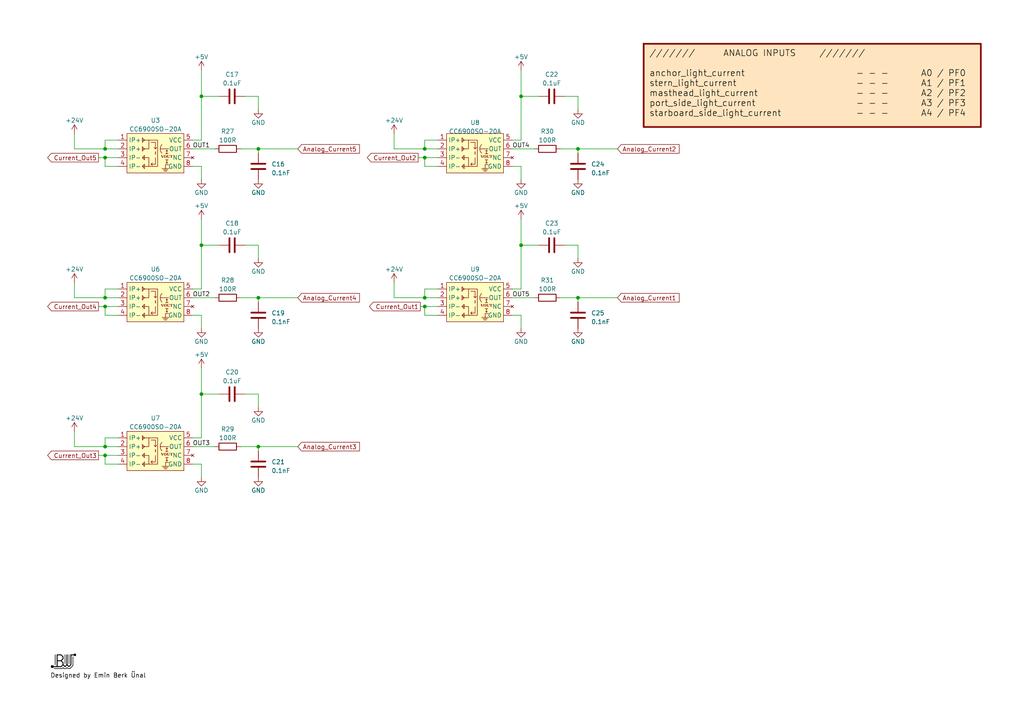
<source format=kicad_sch>
(kicad_sch (version 20230121) (generator eeschema)

  (uuid 3b4b714c-0374-4792-806f-c7f8bf0f6c92)

  (paper "A4")

  (title_block
    (title "Current Sensing")
    (date "2023-05-16")
    (rev "2")
    (company "OES Maritime Systems Eng. Ltd. Sti.")
  )

  (lib_symbols
    (symbol "Device:C" (pin_numbers hide) (pin_names (offset 0.254)) (in_bom yes) (on_board yes)
      (property "Reference" "C" (at 0.635 2.54 0)
        (effects (font (size 1.27 1.27)) (justify left))
      )
      (property "Value" "C" (at 0.635 -2.54 0)
        (effects (font (size 1.27 1.27)) (justify left))
      )
      (property "Footprint" "" (at 0.9652 -3.81 0)
        (effects (font (size 1.27 1.27)) hide)
      )
      (property "Datasheet" "~" (at 0 0 0)
        (effects (font (size 1.27 1.27)) hide)
      )
      (property "ki_keywords" "cap capacitor" (at 0 0 0)
        (effects (font (size 1.27 1.27)) hide)
      )
      (property "ki_description" "Unpolarized capacitor" (at 0 0 0)
        (effects (font (size 1.27 1.27)) hide)
      )
      (property "ki_fp_filters" "C_*" (at 0 0 0)
        (effects (font (size 1.27 1.27)) hide)
      )
      (symbol "C_0_1"
        (polyline
          (pts
            (xy -2.032 -0.762)
            (xy 2.032 -0.762)
          )
          (stroke (width 0.508) (type default))
          (fill (type none))
        )
        (polyline
          (pts
            (xy -2.032 0.762)
            (xy 2.032 0.762)
          )
          (stroke (width 0.508) (type default))
          (fill (type none))
        )
      )
      (symbol "C_1_1"
        (pin passive line (at 0 3.81 270) (length 2.794)
          (name "~" (effects (font (size 1.27 1.27))))
          (number "1" (effects (font (size 1.27 1.27))))
        )
        (pin passive line (at 0 -3.81 90) (length 2.794)
          (name "~" (effects (font (size 1.27 1.27))))
          (number "2" (effects (font (size 1.27 1.27))))
        )
      )
    )
    (symbol "Device:R" (pin_numbers hide) (pin_names (offset 0)) (in_bom yes) (on_board yes)
      (property "Reference" "R" (at 2.032 0 90)
        (effects (font (size 1.27 1.27)))
      )
      (property "Value" "R" (at 0 0 90)
        (effects (font (size 1.27 1.27)))
      )
      (property "Footprint" "" (at -1.778 0 90)
        (effects (font (size 1.27 1.27)) hide)
      )
      (property "Datasheet" "~" (at 0 0 0)
        (effects (font (size 1.27 1.27)) hide)
      )
      (property "ki_keywords" "R res resistor" (at 0 0 0)
        (effects (font (size 1.27 1.27)) hide)
      )
      (property "ki_description" "Resistor" (at 0 0 0)
        (effects (font (size 1.27 1.27)) hide)
      )
      (property "ki_fp_filters" "R_*" (at 0 0 0)
        (effects (font (size 1.27 1.27)) hide)
      )
      (symbol "R_0_1"
        (rectangle (start -1.016 -2.54) (end 1.016 2.54)
          (stroke (width 0.254) (type default))
          (fill (type none))
        )
      )
      (symbol "R_1_1"
        (pin passive line (at 0 3.81 270) (length 1.27)
          (name "~" (effects (font (size 1.27 1.27))))
          (number "1" (effects (font (size 1.27 1.27))))
        )
        (pin passive line (at 0 -3.81 90) (length 1.27)
          (name "~" (effects (font (size 1.27 1.27))))
          (number "2" (effects (font (size 1.27 1.27))))
        )
      )
    )
    (symbol "MySensors:CC6900SO-20A" (in_bom yes) (on_board yes)
      (property "Reference" "U" (at 0.635 12.7 0)
        (effects (font (size 1.27 1.27)))
      )
      (property "Value" "CC6900SO-20A" (at 8.255 -1.27 0)
        (effects (font (size 1.27 1.27)))
      )
      (property "Footprint" "Package_SO:SOP-8_3.76x4.96mm_P1.27mm" (at 8.89 5.715 0)
        (effects (font (size 1.27 1.27)) hide)
      )
      (property "Datasheet" "https://datasheet.lcsc.com/lcsc/2104020332_Cross-chip-CC6900SO-20A_C286006.pdf" (at 12.065 5.715 0)
        (effects (font (size 1.27 1.27)) hide)
      )
      (property "ki_keywords" "Current Sensor" (at 0 0 0)
        (effects (font (size 1.27 1.27)) hide)
      )
      (property "ki_description" "SOP-8 Current Sensors ROHS" (at 0 0 0)
        (effects (font (size 1.27 1.27)) hide)
      )
      (symbol "CC6900SO-20A_1_1"
        (polyline
          (pts
            (xy 4.445 1.905)
            (xy 5.08 1.27)
          )
          (stroke (width 0) (type default))
          (fill (type none))
        )
        (polyline
          (pts
            (xy 4.445 6.35)
            (xy 5.08 6.985)
          )
          (stroke (width 0) (type default))
          (fill (type none))
        )
        (polyline
          (pts
            (xy 4.445 7.62)
            (xy 4.445 6.35)
          )
          (stroke (width 0) (type default))
          (fill (type none))
        )
        (polyline
          (pts
            (xy 4.445 7.62)
            (xy 5.08 6.985)
          )
          (stroke (width 0) (type default))
          (fill (type none))
        )
        (polyline
          (pts
            (xy 4.445 8.89)
            (xy 5.08 9.525)
          )
          (stroke (width 0) (type default))
          (fill (type none))
        )
        (polyline
          (pts
            (xy 4.445 10.16)
            (xy 4.445 8.89)
          )
          (stroke (width 0) (type default))
          (fill (type none))
        )
        (polyline
          (pts
            (xy 4.445 10.16)
            (xy 5.08 9.525)
          )
          (stroke (width 0) (type default))
          (fill (type none))
        )
        (polyline
          (pts
            (xy 5.08 2.54)
            (xy 4.445 1.905)
          )
          (stroke (width 0) (type default))
          (fill (type none))
        )
        (polyline
          (pts
            (xy 5.08 2.54)
            (xy 5.08 1.27)
          )
          (stroke (width 0) (type default))
          (fill (type none))
        )
        (polyline
          (pts
            (xy 5.08 5.08)
            (xy 5.08 3.81)
          )
          (stroke (width 0) (type default))
          (fill (type none))
        )
        (polyline
          (pts
            (xy 6.985 2.54)
            (xy 7.366 2.159)
          )
          (stroke (width 0) (type default))
          (fill (type none))
        )
        (polyline
          (pts
            (xy 6.985 2.54)
            (xy 7.366 2.921)
          )
          (stroke (width 0) (type default))
          (fill (type none))
        )
        (polyline
          (pts
            (xy 8.255 6.985)
            (xy 7.874 7.366)
          )
          (stroke (width 0) (type default))
          (fill (type none))
        )
        (polyline
          (pts
            (xy 8.255 6.985)
            (xy 8.636 7.366)
          )
          (stroke (width 0) (type default))
          (fill (type none))
        )
        (polyline
          (pts
            (xy 10.16 1.27)
            (xy 12.192 1.27)
          )
          (stroke (width 0) (type default))
          (fill (type none))
        )
        (polyline
          (pts
            (xy 10.541 0.889)
            (xy 11.811 0.889)
          )
          (stroke (width 0) (type default))
          (fill (type none))
        )
        (polyline
          (pts
            (xy 10.795 0.508)
            (xy 11.557 0.508)
          )
          (stroke (width 0) (type default))
          (fill (type none))
        )
        (polyline
          (pts
            (xy 11.176 2.413)
            (xy 11.176 1.27)
          )
          (stroke (width 0) (type default))
          (fill (type none))
        )
        (polyline
          (pts
            (xy 11.176 3.81)
            (xy 11.938 3.81)
          )
          (stroke (width 0) (type default))
          (fill (type none))
        )
        (polyline
          (pts
            (xy 11.176 5.588)
            (xy 11.938 5.588)
          )
          (stroke (width 0) (type default))
          (fill (type none))
        )
        (polyline
          (pts
            (xy 11.557 2.794)
            (xy 11.303 3.048)
          )
          (stroke (width 0) (type default))
          (fill (type none))
        )
        (polyline
          (pts
            (xy 11.557 2.794)
            (xy 11.557 3.81)
          )
          (stroke (width 0) (type solid))
          (fill (type none))
        )
        (polyline
          (pts
            (xy 11.557 2.794)
            (xy 11.811 3.048)
          )
          (stroke (width 0) (type default))
          (fill (type none))
        )
        (polyline
          (pts
            (xy 11.557 5.588)
            (xy 11.557 6.604)
          )
          (stroke (width 0) (type default))
          (fill (type none))
        )
        (polyline
          (pts
            (xy 11.557 6.604)
            (xy 11.303 6.35)
          )
          (stroke (width 0) (type default))
          (fill (type none))
        )
        (polyline
          (pts
            (xy 11.557 6.604)
            (xy 11.811 6.35)
          )
          (stroke (width 0) (type default))
          (fill (type none))
        )
        (polyline
          (pts
            (xy 12.065 2.413)
            (xy 11.176 2.413)
          )
          (stroke (width 0) (type default))
          (fill (type none))
        )
        (polyline
          (pts
            (xy 12.065 6.985)
            (xy 9.652 6.985)
          )
          (stroke (width 0) (type default))
          (fill (type none))
        )
        (polyline
          (pts
            (xy 4.445 4.445)
            (xy 6.35 4.445)
            (xy 6.35 1.905)
          )
          (stroke (width 0) (type default))
          (fill (type none))
        )
        (polyline
          (pts
            (xy 4.445 6.985)
            (xy 6.35 6.985)
            (xy 6.35 9.525)
          )
          (stroke (width 0) (type default))
          (fill (type none))
        )
        (polyline
          (pts
            (xy 5.08 5.08)
            (xy 4.445 4.445)
            (xy 5.08 3.81)
          )
          (stroke (width 0) (type default))
          (fill (type none))
        )
        (polyline
          (pts
            (xy 6.985 8.89)
            (xy 8.255 8.89)
            (xy 8.255 6.985)
          )
          (stroke (width 0) (type default))
          (fill (type none))
        )
        (polyline
          (pts
            (xy 8.255 4.445)
            (xy 8.255 2.54)
            (xy 6.985 2.54)
          )
          (stroke (width 0) (type default))
          (fill (type none))
        )
        (polyline
          (pts
            (xy 4.445 9.525)
            (xy 8.89 9.525)
            (xy 8.89 1.905)
            (xy 4.445 1.905)
          )
          (stroke (width 0) (type default))
          (fill (type none))
        )
        (rectangle (start 0 11.43) (end 16.51 0)
          (stroke (width 0) (type default))
          (fill (type background))
        )
        (arc (start 10.16 8.255) (mid 9.634 6.985) (end 10.16 5.715)
          (stroke (width 0) (type default))
          (fill (type none))
        )
        (text "I" (at 8.255 5.715 0)
          (effects (font (face "Times New Roman") (size 0.75 0.75) bold))
        )
        (text "VOUT" (at 11.557 4.699 0)
          (effects (font (face "Times New Roman") (size 0.75 0.75) bold))
        )
        (pin passive line (at -2.54 9.525 0) (length 2.54)
          (name "IP+" (effects (font (size 1.27 1.27))))
          (number "1" (effects (font (size 1.27 1.27))))
        )
        (pin passive line (at -2.54 6.985 0) (length 2.54)
          (name "IP+" (effects (font (size 1.27 1.27))))
          (number "2" (effects (font (size 1.27 1.27))))
        )
        (pin passive line (at -2.54 4.445 0) (length 2.54)
          (name "IP-" (effects (font (size 1.27 1.27))))
          (number "3" (effects (font (size 1.27 1.27))))
        )
        (pin passive line (at -2.54 1.905 0) (length 2.54)
          (name "IP-" (effects (font (size 1.27 1.27))))
          (number "4" (effects (font (size 1.27 1.27))))
        )
        (pin power_in line (at 19.05 9.525 180) (length 2.54)
          (name "VCC" (effects (font (size 1.27 1.27))))
          (number "5" (effects (font (size 1.27 1.27))))
        )
        (pin output line (at 19.05 6.985 180) (length 2.54)
          (name "OUT" (effects (font (size 1.27 1.27))))
          (number "6" (effects (font (size 1.27 1.27))))
        )
        (pin no_connect line (at 19.05 4.445 180) (length 2.54)
          (name "NC" (effects (font (size 1.27 1.27))))
          (number "7" (effects (font (size 1.27 1.27))))
        )
        (pin power_in line (at 19.05 1.905 180) (length 2.54)
          (name "GND" (effects (font (size 1.27 1.27))))
          (number "8" (effects (font (size 1.27 1.27))))
        )
      )
    )
    (symbol "power:+24V" (power) (pin_names (offset 0)) (in_bom yes) (on_board yes)
      (property "Reference" "#PWR" (at 0 -3.81 0)
        (effects (font (size 1.27 1.27)) hide)
      )
      (property "Value" "+24V" (at 0 3.556 0)
        (effects (font (size 1.27 1.27)))
      )
      (property "Footprint" "" (at 0 0 0)
        (effects (font (size 1.27 1.27)) hide)
      )
      (property "Datasheet" "" (at 0 0 0)
        (effects (font (size 1.27 1.27)) hide)
      )
      (property "ki_keywords" "global power" (at 0 0 0)
        (effects (font (size 1.27 1.27)) hide)
      )
      (property "ki_description" "Power symbol creates a global label with name \"+24V\"" (at 0 0 0)
        (effects (font (size 1.27 1.27)) hide)
      )
      (symbol "+24V_0_1"
        (polyline
          (pts
            (xy -0.762 1.27)
            (xy 0 2.54)
          )
          (stroke (width 0) (type default))
          (fill (type none))
        )
        (polyline
          (pts
            (xy 0 0)
            (xy 0 2.54)
          )
          (stroke (width 0) (type default))
          (fill (type none))
        )
        (polyline
          (pts
            (xy 0 2.54)
            (xy 0.762 1.27)
          )
          (stroke (width 0) (type default))
          (fill (type none))
        )
      )
      (symbol "+24V_1_1"
        (pin power_in line (at 0 0 90) (length 0) hide
          (name "+24V" (effects (font (size 1.27 1.27))))
          (number "1" (effects (font (size 1.27 1.27))))
        )
      )
    )
    (symbol "power:+5V" (power) (pin_names (offset 0)) (in_bom yes) (on_board yes)
      (property "Reference" "#PWR" (at 0 -3.81 0)
        (effects (font (size 1.27 1.27)) hide)
      )
      (property "Value" "+5V" (at 0 3.556 0)
        (effects (font (size 1.27 1.27)))
      )
      (property "Footprint" "" (at 0 0 0)
        (effects (font (size 1.27 1.27)) hide)
      )
      (property "Datasheet" "" (at 0 0 0)
        (effects (font (size 1.27 1.27)) hide)
      )
      (property "ki_keywords" "global power" (at 0 0 0)
        (effects (font (size 1.27 1.27)) hide)
      )
      (property "ki_description" "Power symbol creates a global label with name \"+5V\"" (at 0 0 0)
        (effects (font (size 1.27 1.27)) hide)
      )
      (symbol "+5V_0_1"
        (polyline
          (pts
            (xy -0.762 1.27)
            (xy 0 2.54)
          )
          (stroke (width 0) (type default))
          (fill (type none))
        )
        (polyline
          (pts
            (xy 0 0)
            (xy 0 2.54)
          )
          (stroke (width 0) (type default))
          (fill (type none))
        )
        (polyline
          (pts
            (xy 0 2.54)
            (xy 0.762 1.27)
          )
          (stroke (width 0) (type default))
          (fill (type none))
        )
      )
      (symbol "+5V_1_1"
        (pin power_in line (at 0 0 90) (length 0) hide
          (name "+5V" (effects (font (size 1.27 1.27))))
          (number "1" (effects (font (size 1.27 1.27))))
        )
      )
    )
    (symbol "power:GND" (power) (pin_names (offset 0)) (in_bom yes) (on_board yes)
      (property "Reference" "#PWR" (at 0 -6.35 0)
        (effects (font (size 1.27 1.27)) hide)
      )
      (property "Value" "GND" (at 0 -3.81 0)
        (effects (font (size 1.27 1.27)))
      )
      (property "Footprint" "" (at 0 0 0)
        (effects (font (size 1.27 1.27)) hide)
      )
      (property "Datasheet" "" (at 0 0 0)
        (effects (font (size 1.27 1.27)) hide)
      )
      (property "ki_keywords" "global power" (at 0 0 0)
        (effects (font (size 1.27 1.27)) hide)
      )
      (property "ki_description" "Power symbol creates a global label with name \"GND\" , ground" (at 0 0 0)
        (effects (font (size 1.27 1.27)) hide)
      )
      (symbol "GND_0_1"
        (polyline
          (pts
            (xy 0 0)
            (xy 0 -1.27)
            (xy 1.27 -1.27)
            (xy 0 -2.54)
            (xy -1.27 -1.27)
            (xy 0 -1.27)
          )
          (stroke (width 0) (type default))
          (fill (type none))
        )
      )
      (symbol "GND_1_1"
        (pin power_in line (at 0 0 270) (length 0) hide
          (name "GND" (effects (font (size 1.27 1.27))))
          (number "1" (effects (font (size 1.27 1.27))))
        )
      )
    )
  )

  (junction (at 30.48 86.36) (diameter 0) (color 0 0 0 0)
    (uuid 01b63b59-e10a-4640-8592-689ef5ebf674)
  )
  (junction (at 30.48 129.54) (diameter 0) (color 0 0 0 0)
    (uuid 268caa28-fbd3-4916-b154-11cdff12aa90)
  )
  (junction (at 58.42 114.3) (diameter 0) (color 0 0 0 0)
    (uuid 2e0a9212-9041-4364-83ce-f41cf3bd827f)
  )
  (junction (at 167.64 86.36) (diameter 0) (color 0 0 0 0)
    (uuid 38563da6-6634-45f4-a7dc-4e66714e8d0b)
  )
  (junction (at 123.19 88.9) (diameter 0) (color 0 0 0 0)
    (uuid 3964c8ea-29c5-40e6-a244-04370249a5c1)
  )
  (junction (at 167.64 43.18) (diameter 0) (color 0 0 0 0)
    (uuid 64c8aabc-1043-40d3-b820-14c8ba2aee5b)
  )
  (junction (at 123.19 43.18) (diameter 0) (color 0 0 0 0)
    (uuid 73230fcd-e5be-491a-99f8-df7a95b9074a)
  )
  (junction (at 58.42 27.94) (diameter 0) (color 0 0 0 0)
    (uuid 83c1113f-bc35-495f-a5f4-f844786f5753)
  )
  (junction (at 30.48 88.9) (diameter 0) (color 0 0 0 0)
    (uuid 84ae4923-618d-4289-9eb0-454aa1ad7319)
  )
  (junction (at 74.93 86.36) (diameter 0) (color 0 0 0 0)
    (uuid 92f32b7d-12e3-4ea9-b2a4-e77372ba93d7)
  )
  (junction (at 30.48 132.08) (diameter 0) (color 0 0 0 0)
    (uuid 98ad76fc-52c9-4d1e-be1a-d52a96132eb1)
  )
  (junction (at 74.93 43.18) (diameter 0) (color 0 0 0 0)
    (uuid a33b2941-b7d6-4662-8452-168db89535a8)
  )
  (junction (at 123.19 45.72) (diameter 0) (color 0 0 0 0)
    (uuid c64cb193-eacc-447c-bd21-84109605ba98)
  )
  (junction (at 151.13 71.12) (diameter 0) (color 0 0 0 0)
    (uuid cb890009-1cfb-4c5f-8575-69e6c69536fb)
  )
  (junction (at 123.19 86.36) (diameter 0) (color 0 0 0 0)
    (uuid cf98011b-951c-4e7b-86dc-762f89cdf51b)
  )
  (junction (at 30.48 45.72) (diameter 0) (color 0 0 0 0)
    (uuid d0d52a58-b0d9-4db4-ab24-9ba3be4d66c9)
  )
  (junction (at 74.93 129.54) (diameter 0) (color 0 0 0 0)
    (uuid df5aa5c7-5a5e-41a7-a8ce-dc4b9c2e739e)
  )
  (junction (at 151.13 27.94) (diameter 0) (color 0 0 0 0)
    (uuid e88428c0-6000-4071-9508-e4df0d25f710)
  )
  (junction (at 58.42 71.12) (diameter 0) (color 0 0 0 0)
    (uuid fa6ec04c-225b-42be-a7cc-09a328c1d26b)
  )
  (junction (at 30.48 43.18) (diameter 0) (color 0 0 0 0)
    (uuid fb6b757a-a3ff-4570-9d42-12cb7850e2bd)
  )

  (wire (pts (xy 71.12 27.94) (xy 74.93 27.94))
    (stroke (width 0) (type default))
    (uuid 00982ec4-2e06-48d7-bb20-5ceeb9513d69)
  )
  (wire (pts (xy 34.29 129.54) (xy 30.48 129.54))
    (stroke (width 0) (type default))
    (uuid 02230996-7de8-4c14-bb84-0c59adbcfed1)
  )
  (wire (pts (xy 114.3 86.36) (xy 123.19 86.36))
    (stroke (width 0) (type default))
    (uuid 0298455c-d149-4356-a171-c73eb92b3307)
  )
  (wire (pts (xy 151.13 91.44) (xy 151.13 95.25))
    (stroke (width 0) (type default))
    (uuid 035640a7-8101-4dff-8d21-e2e7bf08cd50)
  )
  (wire (pts (xy 58.42 127) (xy 55.88 127))
    (stroke (width 0) (type default))
    (uuid 0526b3c8-b25f-4e93-8020-329472cd72ad)
  )
  (wire (pts (xy 28.575 132.08) (xy 30.48 132.08))
    (stroke (width 0) (type default))
    (uuid 06a50d66-f6c7-4c92-a36d-d39c95ed9d55)
  )
  (wire (pts (xy 21.59 43.18) (xy 30.48 43.18))
    (stroke (width 0) (type default))
    (uuid 08ab1495-8023-415d-ad63-faaaba258d73)
  )
  (wire (pts (xy 151.13 27.94) (xy 151.13 20.32))
    (stroke (width 0) (type default))
    (uuid 09560b71-93e2-429b-be36-58e1c5dd08d8)
  )
  (wire (pts (xy 74.93 71.12) (xy 74.93 74.93))
    (stroke (width 0) (type default))
    (uuid 097a210d-d3c1-4859-ac53-2934cc75572c)
  )
  (wire (pts (xy 58.42 71.12) (xy 63.5 71.12))
    (stroke (width 0) (type default))
    (uuid 0cc178c3-c6bc-48d0-b716-8c2acb78e76a)
  )
  (wire (pts (xy 21.59 125.095) (xy 21.59 129.54))
    (stroke (width 0) (type default))
    (uuid 0cd30dc0-94cf-4588-8808-7ea7190e4298)
  )
  (wire (pts (xy 167.64 86.36) (xy 179.07 86.36))
    (stroke (width 0) (type default))
    (uuid 0ef3da8c-c1c9-482f-83f3-43256239a36d)
  )
  (wire (pts (xy 58.42 114.3) (xy 63.5 114.3))
    (stroke (width 0) (type default))
    (uuid 12245016-1838-4471-98ad-33c2f2c11280)
  )
  (wire (pts (xy 34.29 45.72) (xy 30.48 45.72))
    (stroke (width 0) (type default))
    (uuid 150236c0-4274-4468-ace2-f175bab953c5)
  )
  (wire (pts (xy 30.48 83.82) (xy 34.29 83.82))
    (stroke (width 0) (type default))
    (uuid 151318bc-d00c-4ceb-8012-c8e357429cf5)
  )
  (wire (pts (xy 123.19 86.36) (xy 123.19 83.82))
    (stroke (width 0) (type default))
    (uuid 195768fc-f124-4c31-a454-e9e3846eee0e)
  )
  (wire (pts (xy 151.13 48.26) (xy 151.13 52.07))
    (stroke (width 0) (type default))
    (uuid 1bddccb0-a92f-4423-a61b-51cdd2fc18cf)
  )
  (wire (pts (xy 148.59 86.36) (xy 154.94 86.36))
    (stroke (width 0) (type default))
    (uuid 234c7cc7-9eda-481c-86ab-83131391c31b)
  )
  (wire (pts (xy 167.64 71.12) (xy 167.64 74.93))
    (stroke (width 0) (type default))
    (uuid 27da4bad-21b7-4d32-b22b-a2755b7ae353)
  )
  (wire (pts (xy 30.48 127) (xy 34.29 127))
    (stroke (width 0) (type default))
    (uuid 2b987485-8ce7-4cd5-8f9f-2e62b368473a)
  )
  (wire (pts (xy 127 43.18) (xy 123.19 43.18))
    (stroke (width 0) (type default))
    (uuid 2de330b6-f64f-4438-a262-948ad17b7eba)
  )
  (wire (pts (xy 163.83 71.12) (xy 167.64 71.12))
    (stroke (width 0) (type default))
    (uuid 2ffd487c-b416-4512-9f9f-04ddadcae64a)
  )
  (wire (pts (xy 58.42 71.12) (xy 58.42 83.82))
    (stroke (width 0) (type default))
    (uuid 30f0ef18-2171-4c23-ab45-b8e5bb4f0af1)
  )
  (wire (pts (xy 151.13 71.12) (xy 151.13 83.82))
    (stroke (width 0) (type default))
    (uuid 31d92150-343b-414b-93f5-5efab935190c)
  )
  (wire (pts (xy 74.93 129.54) (xy 74.93 130.81))
    (stroke (width 0) (type default))
    (uuid 337b50a3-a300-4679-a224-8384f11785c9)
  )
  (wire (pts (xy 127 86.36) (xy 123.19 86.36))
    (stroke (width 0) (type default))
    (uuid 3436e61f-2fdc-42ed-9a62-08e3e19e0adb)
  )
  (wire (pts (xy 127 45.72) (xy 123.19 45.72))
    (stroke (width 0) (type default))
    (uuid 35b18c47-25b1-433b-b764-d03a10ec3859)
  )
  (wire (pts (xy 21.59 38.735) (xy 21.59 43.18))
    (stroke (width 0) (type default))
    (uuid 39f0f2f2-0271-4233-8039-1140ac595e31)
  )
  (wire (pts (xy 69.85 43.18) (xy 74.93 43.18))
    (stroke (width 0) (type default))
    (uuid 3dc73b46-2381-462b-afcb-7c0035acecfa)
  )
  (wire (pts (xy 123.19 40.64) (xy 127 40.64))
    (stroke (width 0) (type default))
    (uuid 3fd037e7-e2b0-4e09-928e-de7419fd08f5)
  )
  (wire (pts (xy 30.48 83.82) (xy 30.48 86.36))
    (stroke (width 0) (type default))
    (uuid 409fc272-b353-4b60-9c35-9eadb6f45d35)
  )
  (wire (pts (xy 58.42 114.3) (xy 58.42 106.68))
    (stroke (width 0) (type default))
    (uuid 40b88957-ad07-4a7b-97ad-c308e92aa625)
  )
  (wire (pts (xy 121.285 45.72) (xy 123.19 45.72))
    (stroke (width 0) (type default))
    (uuid 4368ede5-d3d4-431e-bb30-7dd13e61cf58)
  )
  (wire (pts (xy 151.13 27.94) (xy 151.13 40.64))
    (stroke (width 0) (type default))
    (uuid 43a1620f-1547-4c79-b825-326afb3bf99d)
  )
  (wire (pts (xy 123.19 91.44) (xy 127 91.44))
    (stroke (width 0) (type default))
    (uuid 46daefc2-b9eb-4ba7-a5c3-ef4b38332a43)
  )
  (wire (pts (xy 55.88 134.62) (xy 58.42 134.62))
    (stroke (width 0) (type default))
    (uuid 4b2f87d2-6396-4a07-be36-b51d21718460)
  )
  (wire (pts (xy 151.13 83.82) (xy 148.59 83.82))
    (stroke (width 0) (type default))
    (uuid 4f32ff17-4426-447c-914f-69593927584d)
  )
  (wire (pts (xy 167.64 43.18) (xy 179.07 43.18))
    (stroke (width 0) (type default))
    (uuid 4fc0b9d4-e92e-4a26-b05d-1895ba802a31)
  )
  (wire (pts (xy 58.42 71.12) (xy 58.42 63.5))
    (stroke (width 0) (type default))
    (uuid 504a1f49-360e-4909-b6db-c6e7f41bb6c9)
  )
  (wire (pts (xy 58.42 27.94) (xy 58.42 20.32))
    (stroke (width 0) (type default))
    (uuid 5533a652-8c88-45f6-b18b-e25e434af59b)
  )
  (wire (pts (xy 167.64 86.36) (xy 167.64 87.63))
    (stroke (width 0) (type default))
    (uuid 56c04dc0-87af-460d-808e-95965e2b242f)
  )
  (wire (pts (xy 55.88 129.54) (xy 62.23 129.54))
    (stroke (width 0) (type default))
    (uuid 57f5ff45-37c3-418f-8fbe-96594c49253e)
  )
  (wire (pts (xy 151.13 71.12) (xy 156.21 71.12))
    (stroke (width 0) (type default))
    (uuid 5fb2a3c7-92ff-4105-989d-5c8ab02c191a)
  )
  (wire (pts (xy 151.13 40.64) (xy 148.59 40.64))
    (stroke (width 0) (type default))
    (uuid 60d03757-88d6-4b6b-9fb8-24d16495ded3)
  )
  (wire (pts (xy 28.575 88.9) (xy 30.48 88.9))
    (stroke (width 0) (type default))
    (uuid 66d24a09-f27c-4a4f-9bdd-4e9c3db26ad2)
  )
  (wire (pts (xy 162.56 43.18) (xy 167.64 43.18))
    (stroke (width 0) (type default))
    (uuid 6799d7dd-d124-4994-8fa8-265c4f21d633)
  )
  (wire (pts (xy 123.19 48.26) (xy 127 48.26))
    (stroke (width 0) (type default))
    (uuid 6996d70f-9113-4702-a75f-2ef26d91b61d)
  )
  (wire (pts (xy 30.48 43.18) (xy 30.48 40.64))
    (stroke (width 0) (type default))
    (uuid 6a0954e7-1ce4-4f3a-bada-e741d287efe3)
  )
  (wire (pts (xy 30.48 132.08) (xy 30.48 134.62))
    (stroke (width 0) (type default))
    (uuid 71f37fa8-ad2f-4a8b-9860-6f9b9bbadf63)
  )
  (wire (pts (xy 34.29 43.18) (xy 30.48 43.18))
    (stroke (width 0) (type default))
    (uuid 723d6056-253c-48b3-8990-28a65cba048d)
  )
  (wire (pts (xy 74.93 86.36) (xy 86.36 86.36))
    (stroke (width 0) (type default))
    (uuid 73610a70-712c-40ad-8331-ef60ff696679)
  )
  (wire (pts (xy 163.83 27.94) (xy 167.64 27.94))
    (stroke (width 0) (type default))
    (uuid 74881f51-d3ab-44be-a1cd-a578e086c615)
  )
  (wire (pts (xy 30.48 40.64) (xy 34.29 40.64))
    (stroke (width 0) (type default))
    (uuid 7505e47f-f1de-4935-b9ca-82dec35da79e)
  )
  (wire (pts (xy 151.13 27.94) (xy 156.21 27.94))
    (stroke (width 0) (type default))
    (uuid 76bde0db-e49e-4ff5-bb89-5e96ad5c6e61)
  )
  (wire (pts (xy 69.85 129.54) (xy 74.93 129.54))
    (stroke (width 0) (type default))
    (uuid 7ddef834-da30-4206-ac97-3bbd871abc0a)
  )
  (wire (pts (xy 69.85 86.36) (xy 74.93 86.36))
    (stroke (width 0) (type default))
    (uuid 7ebf885b-0467-4b7e-b742-93832f7bf899)
  )
  (wire (pts (xy 55.88 48.26) (xy 58.42 48.26))
    (stroke (width 0) (type default))
    (uuid 7f9b3c99-282e-429e-9fab-223c655e2700)
  )
  (wire (pts (xy 58.42 134.62) (xy 58.42 138.43))
    (stroke (width 0) (type default))
    (uuid 80c5effb-1d3f-439c-b2b8-0febc88faaa9)
  )
  (wire (pts (xy 34.29 86.36) (xy 30.48 86.36))
    (stroke (width 0) (type default))
    (uuid 82f51028-0b2f-4327-8d29-1a4151af4e45)
  )
  (wire (pts (xy 74.93 86.36) (xy 74.93 87.63))
    (stroke (width 0) (type default))
    (uuid 84e83df6-ba22-4a69-be13-7a893d8432d1)
  )
  (wire (pts (xy 114.3 38.735) (xy 114.3 43.18))
    (stroke (width 0) (type default))
    (uuid 858e0573-a39f-4f4e-a5db-a04cec001bf5)
  )
  (wire (pts (xy 30.48 45.72) (xy 30.48 48.26))
    (stroke (width 0) (type default))
    (uuid 87a6c160-7c53-4858-9249-99dcbfe88435)
  )
  (wire (pts (xy 123.19 45.72) (xy 123.19 48.26))
    (stroke (width 0) (type default))
    (uuid 8dba380e-ecf4-4530-8306-6de90b5e5960)
  )
  (wire (pts (xy 151.13 71.12) (xy 151.13 63.5))
    (stroke (width 0) (type default))
    (uuid 8fd27144-07b1-4fcc-b719-30b29f791fc2)
  )
  (wire (pts (xy 55.88 91.44) (xy 58.42 91.44))
    (stroke (width 0) (type default))
    (uuid 91e292b2-e693-4e54-bbbc-814dd84033af)
  )
  (wire (pts (xy 74.93 129.54) (xy 86.36 129.54))
    (stroke (width 0) (type default))
    (uuid 92e6fb0f-73eb-450d-ba1a-1974e437fcdc)
  )
  (wire (pts (xy 21.59 129.54) (xy 30.48 129.54))
    (stroke (width 0) (type default))
    (uuid a40be553-2ae7-471f-94f6-676748033fd4)
  )
  (wire (pts (xy 71.12 114.3) (xy 74.93 114.3))
    (stroke (width 0) (type default))
    (uuid a6828345-68d8-4a74-ad05-32fca6f96e30)
  )
  (wire (pts (xy 167.64 27.94) (xy 167.64 31.75))
    (stroke (width 0) (type default))
    (uuid a6c30351-c809-4d6e-a41d-bf34a364b8b7)
  )
  (wire (pts (xy 58.42 27.94) (xy 58.42 40.64))
    (stroke (width 0) (type default))
    (uuid b3943672-ef16-409d-bec0-36003d625a1f)
  )
  (wire (pts (xy 162.56 86.36) (xy 167.64 86.36))
    (stroke (width 0) (type default))
    (uuid b7c08408-c4c4-44fa-8841-386449f69349)
  )
  (wire (pts (xy 30.48 129.54) (xy 30.48 127))
    (stroke (width 0) (type default))
    (uuid b7d9cd25-4f89-4602-94b0-06bba90a0946)
  )
  (wire (pts (xy 148.59 43.18) (xy 154.94 43.18))
    (stroke (width 0) (type default))
    (uuid b883f350-d1a2-486c-a532-bb825ca3f937)
  )
  (wire (pts (xy 74.93 43.18) (xy 74.93 44.45))
    (stroke (width 0) (type default))
    (uuid b88684cc-f5cf-44aa-9f57-1a29b422d56e)
  )
  (wire (pts (xy 74.93 114.3) (xy 74.93 118.11))
    (stroke (width 0) (type default))
    (uuid bc1afb7c-2850-4e08-9c9d-6f26c7eb3138)
  )
  (wire (pts (xy 55.88 43.18) (xy 62.23 43.18))
    (stroke (width 0) (type default))
    (uuid c060e589-62b6-485d-acbd-997e56718a34)
  )
  (wire (pts (xy 21.59 81.915) (xy 21.59 86.36))
    (stroke (width 0) (type default))
    (uuid c08db06e-0acc-4aea-a092-88b672f46524)
  )
  (wire (pts (xy 123.19 88.9) (xy 123.19 91.44))
    (stroke (width 0) (type default))
    (uuid c0c377de-8cde-4d95-829c-86afaa9df248)
  )
  (wire (pts (xy 30.48 134.62) (xy 34.29 134.62))
    (stroke (width 0) (type default))
    (uuid c3c6b736-0957-4c59-b0f7-1c10ce2a0323)
  )
  (wire (pts (xy 148.59 91.44) (xy 151.13 91.44))
    (stroke (width 0) (type default))
    (uuid c3d4c356-2674-402d-a95a-02b55c0cc7a7)
  )
  (wire (pts (xy 121.92 88.9) (xy 123.19 88.9))
    (stroke (width 0) (type default))
    (uuid c5e96224-4969-4c5f-838e-2a371d88328a)
  )
  (wire (pts (xy 167.64 43.18) (xy 167.64 44.45))
    (stroke (width 0) (type default))
    (uuid c80a7817-28e1-423d-a7ac-3b2db0428af4)
  )
  (wire (pts (xy 30.48 88.9) (xy 30.48 91.44))
    (stroke (width 0) (type default))
    (uuid cd1fabff-77df-4886-b946-aef654d158c9)
  )
  (wire (pts (xy 123.19 83.82) (xy 127 83.82))
    (stroke (width 0) (type default))
    (uuid d1a260f1-9182-4a68-bd7a-83dac689d003)
  )
  (wire (pts (xy 148.59 48.26) (xy 151.13 48.26))
    (stroke (width 0) (type default))
    (uuid d5a87ca2-6659-4dbf-80d5-eefcbebf81e4)
  )
  (wire (pts (xy 58.42 48.26) (xy 58.42 52.07))
    (stroke (width 0) (type default))
    (uuid d6bafd4d-32b4-441e-ad5b-0ab975a432b8)
  )
  (wire (pts (xy 30.48 48.26) (xy 34.29 48.26))
    (stroke (width 0) (type default))
    (uuid d7d2fa2d-c48d-4480-ab3e-dacd83722d4b)
  )
  (wire (pts (xy 71.12 71.12) (xy 74.93 71.12))
    (stroke (width 0) (type default))
    (uuid d84f928a-2fcd-4bf1-b2cf-aeaa67b63c3b)
  )
  (wire (pts (xy 74.93 43.18) (xy 86.36 43.18))
    (stroke (width 0) (type default))
    (uuid dbffffe1-c1dd-43ae-82cd-c8d9a5c8c237)
  )
  (wire (pts (xy 58.42 114.3) (xy 58.42 127))
    (stroke (width 0) (type default))
    (uuid dd294419-cd17-4867-ae3b-91c8ce5c9666)
  )
  (wire (pts (xy 114.3 81.915) (xy 114.3 86.36))
    (stroke (width 0) (type default))
    (uuid e00301b8-ca17-40d3-9bda-3bfe6f960d25)
  )
  (wire (pts (xy 58.42 40.64) (xy 55.88 40.64))
    (stroke (width 0) (type default))
    (uuid e1216e2f-8ee0-43d2-ba3a-65069d4b11d1)
  )
  (wire (pts (xy 30.48 91.44) (xy 34.29 91.44))
    (stroke (width 0) (type default))
    (uuid e2a8afe2-d9cd-44d6-b6b5-e91e95130779)
  )
  (wire (pts (xy 127 88.9) (xy 123.19 88.9))
    (stroke (width 0) (type default))
    (uuid e4e69649-a67e-44a3-91fc-e3bd08c7e14e)
  )
  (wire (pts (xy 114.3 43.18) (xy 123.19 43.18))
    (stroke (width 0) (type default))
    (uuid e7c81eaf-aff8-4746-814a-d7dfb4c6abc0)
  )
  (wire (pts (xy 58.42 27.94) (xy 63.5 27.94))
    (stroke (width 0) (type default))
    (uuid e8b1e418-9e8f-40a8-a538-cad93e9659a7)
  )
  (wire (pts (xy 21.59 86.36) (xy 30.48 86.36))
    (stroke (width 0) (type default))
    (uuid eb617a39-7203-4ba7-a66f-80d1d0b121c2)
  )
  (wire (pts (xy 55.88 86.36) (xy 62.23 86.36))
    (stroke (width 0) (type default))
    (uuid edc22eff-4b70-4bdc-ab6f-608487db4d04)
  )
  (wire (pts (xy 34.29 132.08) (xy 30.48 132.08))
    (stroke (width 0) (type default))
    (uuid ee687ea7-9869-4dc3-95bd-635eb349d354)
  )
  (wire (pts (xy 74.93 27.94) (xy 74.93 31.75))
    (stroke (width 0) (type default))
    (uuid eedb5630-96d5-44c1-8427-707d5360cee6)
  )
  (wire (pts (xy 28.575 45.72) (xy 30.48 45.72))
    (stroke (width 0) (type default))
    (uuid efa7fb33-02ce-4d99-b9e8-a32a9f1f7df5)
  )
  (wire (pts (xy 123.19 43.18) (xy 123.19 40.64))
    (stroke (width 0) (type default))
    (uuid f2e6c03b-d0dc-40c8-be11-72a53a0b775a)
  )
  (wire (pts (xy 58.42 91.44) (xy 58.42 95.25))
    (stroke (width 0) (type default))
    (uuid f9e77808-77d1-4265-b5a5-8c7f571d7a0f)
  )
  (wire (pts (xy 58.42 83.82) (xy 55.88 83.82))
    (stroke (width 0) (type default))
    (uuid f9eab11b-8813-434d-9430-7b88e2f9c80a)
  )
  (wire (pts (xy 34.29 88.9) (xy 30.48 88.9))
    (stroke (width 0) (type default))
    (uuid fb40c914-f5df-4dbe-a135-dc736ad20c54)
  )

  (image (at 18.415 191.77) (scale 0.232765)
    (uuid b1617451-fc21-403d-8f03-38d0572a725d)
    (data
      iVBORw0KGgoAAAANSUhEUgAAAkUAAAJFCAYAAADTfoPBAAAABHNCSVQICAgIfAhkiAAAAAlwSFlz
      AAASXAAAElwBaMQ2iQAADLBJREFUeJzt3dty48YOQFHMKf//L/s8TFTlKKLFppokgF7rNYlNyG1i
      h75FAAAAAAAAAAAAAAAAAAAAAAAAAAAAAAAAAAAAAAAAAAAAAAAAAAAAAAAAAAAAAAAAAAAAAAAA
      AAAAAAAAAAAAAAAAAAAAAAAAAAAAAAAAAAAAAAAAAAAAAAAAAAAAAAAAAAAAAAAAAAAAAAAAAAAA
      AAAAAAAAAAAAAAAAAAAAAAAAAAAAAAAAAAAAAAAAAAAAAAAAAAAAAAAAAAAAAAAAAAAAAAAAAAAA
      AAAAAAAAAAAAAAAAAAAAAAAAAAAAAAAAAAAAAAAAAAAAAAAAAAAAAAAAAAAAAAAAAAAAAAAAAAAA
      AAAAAAAAAAAAAAAAAAAAAAAAAAAAAAAAAAAAAAAAAAAAAAAAAAAAAAAAAAAAAAAAAAAAAAAAAAAA
      AAAAAAAAAAAAAAAAAAAAAAAAAAAAAAAAAAAAAAAAAAAAAAAAAAAAAAAAAAAAAAAAAAAAAAAAAAAA
      AAAAAAAAAAAAAAAAAAAAAAAAAAAAAAAAAAAAAAAAAAAAAAAAAAAAAAAAAAAAAAAAAAAAAAAAAAAA
      AAAAAAAAAPDCn7svAACS+B789+3QZnxAAVjdaAw9s0ub8IEEYFWfxtAzO7U4H0AAVjQ7iB7s1cJ8
      8ABYyVkx9Mx+LcgHDYBVXBVED3ZsMf+7+wIAADJQsQCs4OqnRA/2bCE+WAB0d1cQPdi1RfjyGQBA
      qFcAerv7KdGDfVvA190XAElkuXHewc16jq0z1O31Xflzhea6fbLCEW7yf7kfHPfuDHV5bX2ufKbL
      OWjLB4isXt18zzivbvL/1umekO0MnfXaZpuTbZ0+v1ryjdZktHXznX1TdpP/ry6vScYzdMZrm3FO
      KEsUkc27m++sm7Ob/Lbqr81VZ+huPldgMlEEvGIRvnfkNfK6QmKiCNhigQNLEUXAb4QRsAxRBLwj
      jIAliCJgD2EEtCeKgL2EEdCaKAJGCCOgLVEEjBJGQEuiCDhCGMEYf+KjgK+7LwCK6XBjm/mbjju8
      Hpwjy9kQ8OzmSRGsZ+aysnDILkOcZbgGdhBFsCZhBPBEFMG6hBGruPNJjadEhYgiWJswYhV3xIkg
      KkYUAcIIIEQR8JcwYgVXPrnxlKggUQQ8CCNW8CfODZaz3z4nEkXAT8KIVZwRLmKoOFEEPBNGrGLW
      Ux1Ph5oQRcArwoiVHI0aMdSMP/MBbPkT/iQIa3FGF+dJEfAbT4yAZYgi4B1hBCxBFAF7CCOgPVEE
      7CWMgNZEETBCGAFt+ekzYJSfSuMOr86cs8NUnhQBR3hixJW2zoizw1SiCDjK/6VzhXfhI4yYRhQB
      n5gVRhYbcDtRBHzKEyOgBVEEzCCMgPJEETCLMAJKE0XATMIIKEsUAQCEKAIAiAhRBAAQEaIIACAi
      RBEAQESIIgCAiBBFAAARIYoAACJCFAEARIQoAgCICFEEABARoggAICJEEQBARIgiAICIEEUAABEh
      igAAIkIUAQBEhCgCAIgIUQQAEBGiCAAgIkQRAEBEiCIAgIgQRQAAESGKAAAiQhQBc33ffQEAR4ki
      YBZBBJQmioAZBBFQnigCPiWIgBZEEfCJWUH0Z9LbAThMFAFHeUIEtCKKgCNmBpGnREAKoggYJYiA
      lkQRMEIQAW2JImAvQQS0JoqAPQQR0J4oAt4RRMASRBHwG0EELEMUAVsEEbAUUQS8IoiA5Ygi4Jkg
      ApYkioCfBBGwLFEEPAgiYGmiCIgQRACiCBBEABGiCFYniAD+IYpgXYII4AdRBGsSRABPRBGsRxAB
      vPB19wVAMTODojpBBLTiSRFwhCAC2hFFwChBBLQkioARgghoSxQBewkioDVRBOwhiID2RBHwjiAC
      liCKAABCFAHv+d1MwBJEEbCHMALaE0XAXsIIaE0UASOEEdCWKAJGCSOgJVEEHCGMgHa+7r4AKKbD
      7+yZFTTf0eP1AIgIT4pgRTNDxhMjoA1RBGsSRgBPRBGsSxgB/CCKYG3CCOAfoggQRgAhioC/hBGw
      PFEEPAgjYGmiCPhJGAHLEkXAM2EELEkUAa8II2A5ogjYIoyApYgi4DfCCFiGKALeEUbAEkQRsIcw
      AtoTRcBewghoTRQBI4QR0JYoAkYJI6AlUQQcIYyAdkQRcNTMMAK4nSgCPjErjDwtAm4nioBPeWIE
      tCCKgBmEEVCeKAJmEUZAaaIImEkYAWWJIgCAEEUAABEhigAAIkIUAQBEhCgCAIgIUQQAEBGiCAAg
      IkQRAEBEiCIAgIgQRQAAESGKAAAiQhQBAESEKAIAiAhRBPTz58N/XsUqc8JlRBHQ0VYQdAuFVeaE
      S3zdfQEAJ1klDFaZE07nSREAQIgiAICIEEUAABEhigAAIkIUAQBEhCgCAIgIUQQAEBGiCAAgIkQR
      MNf3Tf/t1cwJDYkiYJYZC7TCEjYnNCWKgBlmLtDMy9ic0JgoAj51xgLNuJTNCc2JIrJ598ct/fHL
      XM5coJmWsznH+DylJFFERls3VDfaXK5Y5hmCwZywiK+7LwA2CKDcrlyg33HfeTDnOJ+7lOVJETDq
      jicK3meN9ymIKE0UASPu/BLL1U9t7lJ1TkFEeaII2CvD95z4/p6c70MQ0YIoAvbIEAoPfhIs19sW
      RLThG63ryXLTdiNcR5Yz99MZ35RsznHuA7TiSVEtmW7ama6F88xeoDOXaNbfLr3SnNCKKKojY4Rk
      vCbmOWuBZgsGc44TRLQkioBXzl6gWYLBnOOuDCL/48WlRBHw7KoFencwmHOcIKI1UQT8dPUCvSsY
      zDlOENGeKAIe7lqgVweDOccJIpYgioCI+xfoVcFgznHZg8g3fTONKAKyLNCzg8Gc4wQRSxFFsLZs
      C/SsYDDnOEHEchyqOrJ+nb3qGTr6elad95XMC3SV877KnL8RRKThSRGsKXMQnfU2P2XO+QQRqYgi
      WE/2ILribY8y53yCiHQcsDqyPmZnXVfdP+4+++acTxCRkidFwBFXLqg7l6E55xNEpCWKgFF3LCjv
      s8f7FESkJoqAEas8zTDnfIKI9EQRsFeGBXXFNZhzPkFECaII2CPTgvKTYLnf9jNBRBmiCHgn44Ly
      O4Nyvc0tgohSRBHwm8wLaua1mXM+QUQ5ogjYUmFBZfs7ZGepNqcgoiRRBLxSaUFl+Yv1Z6sypyCi
      LFEEPKu4oI5csznnE0SUJoqAnyovqJFrN+d8gojyRBHw0GFB7ZnBnPMJIlpwKOu4+49F0lfH+8DW
      50u3WTPMKYhow8GsI2sUOUOwLkFEK758BsARgoh2vu6+AGAJrxZoxwW58pzvdHwdaMaTIuBsWws0
      65eEj1p9zt8IIkoQRcCZ3i3QLsFgzm2CiDJEEXCWvQu0ejCYc5sgohRRBJxhdIFWDQZzbhNElCOK
      gNmOLv5qwWDObYKIkkQRMFO1hX+UObcJIspyeGvJdiN2fvhp1vnMfq7MuS37TPArB7ieLGHk7PDT
      7HOZ9XyZc1vWWWA3hxj41Fmhnu3+ZM5t2WaAQxxk4BNnP7nMco8y57Ys1w4f843WwFFXLNAMXy42
      5zZBRCsONHDEpwt09L+/615lzm32B+041MCoWQs0ezCYc5vdQUsONjBi9gLNGgzm3GZv0JbDzZky
      fJ8E99pzj+lwTswJDTjgnKXDAuAzI/eXyufFnNCEQ84ZKt/4mePIvaXiuTEnNOJH8oHZVlmg5oRm
      RBEw0ycLtNLyNSc0JIqAWWYs0ApL2JzQlCgCZpi5QDMvY3NCYw4+Z6n4zaQcc9Z9JNsZMic05/Bz
      pmw3e+Y7+x6S5QyZEwAAAAAAAAAAAAAAAAAAAAAAAAAAAAAAAAAAAAAAAAAAAAAAAAAAAAAAAAAA
      AAAAAAAAAAAAAAAAAAAAAAAAAAAAAAAAAAAAAAAAAAAAAAAAAAAAAAAAAAAAAAAAAAAAAAAAAAAA
      AAAAAAAAAAAAAAAAAAAAAAAAAAAAAAAAAAAAAAAAAAAAAAAAAAAAAAAAAAAAAAAAAAAAAAAAAAAA
      AAAAAAAAAAAAAAAAAAAAAAAAAAAAAAAAAAAAAAAAAAAAAAAAAAAAAAAAAAAAAAAAAAAAAAAAAAAA
      AAAAAAAAAAAAAAAAAAAAAAAAAAAAAAAAAAAAAAAAAAAAAAAAAAAAAAAAAAAAAAAAAAAAAAAAAAAA
      AAAAAAAAAAAAAAAAAAAAAAAAAAAAAAAAAAAAAAAAAAAAAAAAAAAAAAAAAAAAAAAAAAAAAAAAAAAA
      AAAAAAAAAAAAAAAAAAAAAAAAAAAAAAAAAAAAAAAAAAAAAAAAAAAAAAAAAAAAAAAAAAAAAAAAAAAA
      AAAAAAAAAAAAAAAAgPX8H826bNh2AcKZAAAAAElFTkSuQmCC
    )
  )

  (text_box "///////      ANALOG INPUTS     ///////\n\nanchor_light_current  			  - - -  	A0 / PF0\nstern_light_current  			  - - -  	A1 / PF1\nmasthead_light_current 			  - - -  	A2 / PF2\nport_side_light_current  		  - - -  	A3 / PF3\nstarboard_side_light_current   	  - - -  	A4 / PF4"
    (at 186.69 12.7 0) (size 97.79 24.13)
    (stroke (width 0.5) (type default) (color 132 0 0 1))
    (fill (type color) (color 255 229 191 1))
    (effects (font (size 1.8 1.8) (color 0 0 0 1)) (justify left top))
    (uuid ab6ebc26-9c9e-4a3c-a6e1-6acf6c540c7f)
  )

  (text "Designed by Emin Berk Ünal" (at 14.605 196.85 0)
    (effects (font (size 1.27 1.27) (color 0 0 0 1)) (justify left bottom))
    (uuid fe104586-65b0-4b78-8ff5-7e54bbcd966a)
  )

  (label "OUT1" (at 55.88 43.18 0) (fields_autoplaced)
    (effects (font (size 1.27 1.27)) (justify left bottom))
    (uuid 1af929d2-62f8-4da2-8218-119cfdcbbd20)
  )
  (label "OUT2" (at 55.88 86.36 0) (fields_autoplaced)
    (effects (font (size 1.27 1.27)) (justify left bottom))
    (uuid 20af4e91-e2d8-4a91-8276-1367d73e8bb6)
  )
  (label "OUT5" (at 148.59 86.36 0) (fields_autoplaced)
    (effects (font (size 1.27 1.27)) (justify left bottom))
    (uuid 8fd649e4-e842-4bb3-b5be-f14a9c2c518e)
  )
  (label "OUT3" (at 55.88 129.54 0) (fields_autoplaced)
    (effects (font (size 1.27 1.27)) (justify left bottom))
    (uuid b0a8f7ff-1c79-4649-b992-47227d639f4e)
  )
  (label "OUT4" (at 148.59 43.18 0) (fields_autoplaced)
    (effects (font (size 1.27 1.27)) (justify left bottom))
    (uuid b8c3453d-273c-4a7f-89ae-5c3ac6260776)
  )

  (global_label "Analog_Current4" (shape input) (at 86.36 86.36 0) (fields_autoplaced)
    (effects (font (size 1.27 1.27)) (justify left))
    (uuid 02e871bd-0c62-4cbd-9d6c-1518ddcc6134)
    (property "Intersheetrefs" "${INTERSHEET_REFS}" (at 104.7474 86.36 0)
      (effects (font (size 1.27 1.27)) (justify left) hide)
    )
  )
  (global_label "Current_Out3" (shape output) (at 28.575 132.08 180) (fields_autoplaced)
    (effects (font (size 1.27 1.27)) (justify right))
    (uuid 1298371d-d9b7-4e94-89d7-6f5db135e2cc)
    (property "Intersheetrefs" "${INTERSHEET_REFS}" (at 0 0 0)
      (effects (font (size 1.27 1.27)) hide)
    )
  )
  (global_label "Analog_Current1" (shape input) (at 179.07 86.36 0) (fields_autoplaced)
    (effects (font (size 1.27 1.27)) (justify left))
    (uuid 2b6dd337-eadf-4804-ab0a-97d61df7aa4a)
    (property "Intersheetrefs" "${INTERSHEET_REFS}" (at 197.4574 86.36 0)
      (effects (font (size 1.27 1.27)) (justify left) hide)
    )
  )
  (global_label "Analog_Current5" (shape input) (at 86.36 43.18 0) (fields_autoplaced)
    (effects (font (size 1.27 1.27)) (justify left))
    (uuid 6d160e5f-b87b-4910-b37f-ae8b2d97d4de)
    (property "Intersheetrefs" "${INTERSHEET_REFS}" (at 104.7474 43.18 0)
      (effects (font (size 1.27 1.27)) (justify left) hide)
    )
  )
  (global_label "Current_Out1" (shape output) (at 121.92 88.9 180) (fields_autoplaced)
    (effects (font (size 1.27 1.27)) (justify right))
    (uuid 817d6991-a59c-41df-ae7d-9784180c9c6e)
    (property "Intersheetrefs" "${INTERSHEET_REFS}" (at 93.345 43.18 0)
      (effects (font (size 1.27 1.27)) hide)
    )
  )
  (global_label "Current_Out5" (shape output) (at 28.575 45.72 180) (fields_autoplaced)
    (effects (font (size 1.27 1.27)) (justify right))
    (uuid 85ea0fcb-dbfa-4a2e-8683-fc03343b024b)
    (property "Intersheetrefs" "${INTERSHEET_REFS}" (at -93.345 -43.18 0)
      (effects (font (size 1.27 1.27)) hide)
    )
  )
  (global_label "Analog_Current2" (shape input) (at 179.07 43.18 0) (fields_autoplaced)
    (effects (font (size 1.27 1.27)) (justify left))
    (uuid a069b48d-ed87-4ab8-9b80-d92d50873ace)
    (property "Intersheetrefs" "${INTERSHEET_REFS}" (at 197.4574 43.18 0)
      (effects (font (size 1.27 1.27)) (justify left) hide)
    )
  )
  (global_label "Current_Out2" (shape output) (at 121.285 45.72 180) (fields_autoplaced)
    (effects (font (size 1.27 1.27)) (justify right))
    (uuid a110ecb1-0dc5-43fb-97c8-94a3202cd2e7)
    (property "Intersheetrefs" "${INTERSHEET_REFS}" (at 92.71 -43.18 0)
      (effects (font (size 1.27 1.27)) hide)
    )
  )
  (global_label "Current_Out4" (shape output) (at 28.575 88.9 180) (fields_autoplaced)
    (effects (font (size 1.27 1.27)) (justify right))
    (uuid d3ec5050-33f3-4067-bd78-1acf9eb2ab82)
    (property "Intersheetrefs" "${INTERSHEET_REFS}" (at -92.71 43.18 0)
      (effects (font (size 1.27 1.27)) hide)
    )
  )
  (global_label "Analog_Current3" (shape input) (at 86.36 129.54 0) (fields_autoplaced)
    (effects (font (size 1.27 1.27)) (justify left))
    (uuid d5306a77-566b-498f-8394-3d69486b7edc)
    (property "Intersheetrefs" "${INTERSHEET_REFS}" (at 104.7474 129.54 0)
      (effects (font (size 1.27 1.27)) (justify left) hide)
    )
  )

  (symbol (lib_id "power:GND") (at 151.13 52.07 0) (unit 1)
    (in_bom yes) (on_board yes) (dnp no)
    (uuid 0c4ef890-6b3c-40e0-9bf0-43c105de9698)
    (property "Reference" "#PWR018" (at 151.13 58.42 0)
      (effects (font (size 1.27 1.27)) hide)
    )
    (property "Value" "GND" (at 151.13 55.88 0)
      (effects (font (size 1.27 1.27)))
    )
    (property "Footprint" "" (at 151.13 52.07 0)
      (effects (font (size 1.27 1.27)) hide)
    )
    (property "Datasheet" "" (at 151.13 52.07 0)
      (effects (font (size 1.27 1.27)) hide)
    )
    (pin "1" (uuid 9d4788b0-5def-4510-a3ee-c0e45625e2f1))
    (instances
      (project "HMI_Board_V2"
        (path "/5802d9f2-19c6-46f4-9e51-51ee16f4d494/18d2831b-3037-45ea-aeb8-6d5db4ebbedd"
          (reference "#PWR018") (unit 1)
        )
        (path "/5802d9f2-19c6-46f4-9e51-51ee16f4d494/0b1da98b-f1a5-499a-b6fc-00e0e0d8b207"
          (reference "#PWR0174") (unit 1)
        )
      )
    )
  )

  (symbol (lib_id "Device:C") (at 74.93 91.44 180) (unit 1)
    (in_bom yes) (on_board yes) (dnp no) (fields_autoplaced)
    (uuid 1b6f9103-e211-460f-ab92-abbc7f0e3d87)
    (property "Reference" "C19" (at 78.74 90.805 0)
      (effects (font (size 1.27 1.27)) (justify right))
    )
    (property "Value" "0.1nF" (at 78.74 93.345 0)
      (effects (font (size 1.27 1.27)) (justify right))
    )
    (property "Footprint" "Capacitor_SMD:C_0805_2012Metric" (at 73.9648 87.63 0)
      (effects (font (size 1.27 1.27)) hide)
    )
    (property "Datasheet" "~" (at 74.93 91.44 0)
      (effects (font (size 1.27 1.27)) hide)
    )
    (pin "1" (uuid 445c4975-8038-45ca-85fe-a5c628e7477a))
    (pin "2" (uuid e827083b-566d-42ad-813b-1cbda8aa6b35))
    (instances
      (project "HMI_Board_V2"
        (path "/5802d9f2-19c6-46f4-9e51-51ee16f4d494/0b1da98b-f1a5-499a-b6fc-00e0e0d8b207"
          (reference "C19") (unit 1)
        )
      )
    )
  )

  (symbol (lib_id "power:GND") (at 58.42 138.43 0) (unit 1)
    (in_bom yes) (on_board yes) (dnp no)
    (uuid 1b7a3ede-6f2d-439e-a7dd-40177898af30)
    (property "Reference" "#PWR018" (at 58.42 144.78 0)
      (effects (font (size 1.27 1.27)) hide)
    )
    (property "Value" "GND" (at 58.42 142.24 0)
      (effects (font (size 1.27 1.27)))
    )
    (property "Footprint" "" (at 58.42 138.43 0)
      (effects (font (size 1.27 1.27)) hide)
    )
    (property "Datasheet" "" (at 58.42 138.43 0)
      (effects (font (size 1.27 1.27)) hide)
    )
    (pin "1" (uuid 49201953-7da9-4a5e-b6f3-80eea0239288))
    (instances
      (project "HMI_Board_V2"
        (path "/5802d9f2-19c6-46f4-9e51-51ee16f4d494/18d2831b-3037-45ea-aeb8-6d5db4ebbedd"
          (reference "#PWR018") (unit 1)
        )
        (path "/5802d9f2-19c6-46f4-9e51-51ee16f4d494/0b1da98b-f1a5-499a-b6fc-00e0e0d8b207"
          (reference "#PWR0178") (unit 1)
        )
      )
    )
  )

  (symbol (lib_id "Device:C") (at 74.93 134.62 180) (unit 1)
    (in_bom yes) (on_board yes) (dnp no) (fields_autoplaced)
    (uuid 1dccff04-3fc6-460a-8d1e-272284f1cd65)
    (property "Reference" "C21" (at 78.74 133.985 0)
      (effects (font (size 1.27 1.27)) (justify right))
    )
    (property "Value" "0.1nF" (at 78.74 136.525 0)
      (effects (font (size 1.27 1.27)) (justify right))
    )
    (property "Footprint" "Capacitor_SMD:C_0805_2012Metric" (at 73.9648 130.81 0)
      (effects (font (size 1.27 1.27)) hide)
    )
    (property "Datasheet" "~" (at 74.93 134.62 0)
      (effects (font (size 1.27 1.27)) hide)
    )
    (pin "1" (uuid af67b662-fef2-4235-b2cd-da867698568e))
    (pin "2" (uuid 3b53dcbc-d7b7-4a7e-9a04-9ccb4c22bb07))
    (instances
      (project "HMI_Board_V2"
        (path "/5802d9f2-19c6-46f4-9e51-51ee16f4d494/0b1da98b-f1a5-499a-b6fc-00e0e0d8b207"
          (reference "C21") (unit 1)
        )
      )
    )
  )

  (symbol (lib_id "power:+24V") (at 21.59 125.095 0) (unit 1)
    (in_bom yes) (on_board yes) (dnp no)
    (uuid 2075847f-81f6-45f0-b136-c4d324695265)
    (property "Reference" "#PWR015" (at 21.59 128.905 0)
      (effects (font (size 1.27 1.27)) hide)
    )
    (property "Value" "+24V" (at 21.59 121.285 0)
      (effects (font (size 1.27 1.27)))
    )
    (property "Footprint" "" (at 21.59 125.095 0)
      (effects (font (size 1.27 1.27)) hide)
    )
    (property "Datasheet" "" (at 21.59 125.095 0)
      (effects (font (size 1.27 1.27)) hide)
    )
    (pin "1" (uuid 9b5bde08-a8b2-4d64-87cb-fb47e3778b87))
    (instances
      (project "HMI_Board_V2"
        (path "/5802d9f2-19c6-46f4-9e51-51ee16f4d494/8291866a-cf8d-48d6-9553-9269f4a29b05"
          (reference "#PWR015") (unit 1)
        )
        (path "/5802d9f2-19c6-46f4-9e51-51ee16f4d494/0b1da98b-f1a5-499a-b6fc-00e0e0d8b207"
          (reference "#PWR042") (unit 1)
        )
      )
    )
  )

  (symbol (lib_id "power:GND") (at 74.93 118.11 0) (unit 1)
    (in_bom yes) (on_board yes) (dnp no)
    (uuid 2a39f5ed-dd20-4c97-9bc4-070fc23b10f4)
    (property "Reference" "#PWR018" (at 74.93 124.46 0)
      (effects (font (size 1.27 1.27)) hide)
    )
    (property "Value" "GND" (at 74.93 121.92 0)
      (effects (font (size 1.27 1.27)))
    )
    (property "Footprint" "" (at 74.93 118.11 0)
      (effects (font (size 1.27 1.27)) hide)
    )
    (property "Datasheet" "" (at 74.93 118.11 0)
      (effects (font (size 1.27 1.27)) hide)
    )
    (pin "1" (uuid d7627b8f-9da9-4da8-996a-2813f0997d97))
    (instances
      (project "HMI_Board_V2"
        (path "/5802d9f2-19c6-46f4-9e51-51ee16f4d494/18d2831b-3037-45ea-aeb8-6d5db4ebbedd"
          (reference "#PWR018") (unit 1)
        )
        (path "/5802d9f2-19c6-46f4-9e51-51ee16f4d494/0b1da98b-f1a5-499a-b6fc-00e0e0d8b207"
          (reference "#PWR0179") (unit 1)
        )
      )
    )
  )

  (symbol (lib_id "power:+5V") (at 58.42 20.32 0) (unit 1)
    (in_bom yes) (on_board yes) (dnp no) (fields_autoplaced)
    (uuid 2b277deb-da89-4547-83d4-2d1717cea9f1)
    (property "Reference" "#PWR022" (at 58.42 24.13 0)
      (effects (font (size 1.27 1.27)) hide)
    )
    (property "Value" "+5V" (at 58.42 16.51 0)
      (effects (font (size 1.27 1.27)))
    )
    (property "Footprint" "" (at 58.42 20.32 0)
      (effects (font (size 1.27 1.27)) hide)
    )
    (property "Datasheet" "" (at 58.42 20.32 0)
      (effects (font (size 1.27 1.27)) hide)
    )
    (pin "1" (uuid f93c620f-67fb-493e-a58d-a5e155921430))
    (instances
      (project "HMI_Board_V2"
        (path "/5802d9f2-19c6-46f4-9e51-51ee16f4d494/0b1da98b-f1a5-499a-b6fc-00e0e0d8b207"
          (reference "#PWR022") (unit 1)
        )
      )
    )
  )

  (symbol (lib_id "power:GND") (at 167.64 52.07 0) (unit 1)
    (in_bom yes) (on_board yes) (dnp no)
    (uuid 2db0f4ac-cbfb-43d4-930a-5ab46846bdb0)
    (property "Reference" "#PWR018" (at 167.64 58.42 0)
      (effects (font (size 1.27 1.27)) hide)
    )
    (property "Value" "GND" (at 167.64 55.88 0)
      (effects (font (size 1.27 1.27)))
    )
    (property "Footprint" "" (at 167.64 52.07 0)
      (effects (font (size 1.27 1.27)) hide)
    )
    (property "Datasheet" "" (at 167.64 52.07 0)
      (effects (font (size 1.27 1.27)) hide)
    )
    (pin "1" (uuid 0fb4a17e-eff2-47a3-9baa-8c303a7b505e))
    (instances
      (project "HMI_Board_V2"
        (path "/5802d9f2-19c6-46f4-9e51-51ee16f4d494/18d2831b-3037-45ea-aeb8-6d5db4ebbedd"
          (reference "#PWR018") (unit 1)
        )
        (path "/5802d9f2-19c6-46f4-9e51-51ee16f4d494/0b1da98b-f1a5-499a-b6fc-00e0e0d8b207"
          (reference "#PWR0175") (unit 1)
        )
      )
    )
  )

  (symbol (lib_id "power:GND") (at 167.64 95.25 0) (unit 1)
    (in_bom yes) (on_board yes) (dnp no)
    (uuid 309f00d2-dbb4-487a-8355-43c8ed274540)
    (property "Reference" "#PWR018" (at 167.64 101.6 0)
      (effects (font (size 1.27 1.27)) hide)
    )
    (property "Value" "GND" (at 167.64 99.06 0)
      (effects (font (size 1.27 1.27)))
    )
    (property "Footprint" "" (at 167.64 95.25 0)
      (effects (font (size 1.27 1.27)) hide)
    )
    (property "Datasheet" "" (at 167.64 95.25 0)
      (effects (font (size 1.27 1.27)) hide)
    )
    (pin "1" (uuid f0e74e0e-14f4-4513-a1c3-a7e4c3152852))
    (instances
      (project "HMI_Board_V2"
        (path "/5802d9f2-19c6-46f4-9e51-51ee16f4d494/18d2831b-3037-45ea-aeb8-6d5db4ebbedd"
          (reference "#PWR018") (unit 1)
        )
        (path "/5802d9f2-19c6-46f4-9e51-51ee16f4d494/0b1da98b-f1a5-499a-b6fc-00e0e0d8b207"
          (reference "#PWR0176") (unit 1)
        )
      )
    )
  )

  (symbol (lib_id "Device:R") (at 158.75 43.18 90) (unit 1)
    (in_bom yes) (on_board yes) (dnp no) (fields_autoplaced)
    (uuid 41ba820f-3334-442b-8e8f-3d7613a40550)
    (property "Reference" "R30" (at 158.75 38.1 90)
      (effects (font (size 1.27 1.27)))
    )
    (property "Value" "100R" (at 158.75 40.64 90)
      (effects (font (size 1.27 1.27)))
    )
    (property "Footprint" "Resistor_SMD:R_0805_2012Metric" (at 158.75 44.958 90)
      (effects (font (size 1.27 1.27)) hide)
    )
    (property "Datasheet" "~" (at 158.75 43.18 0)
      (effects (font (size 1.27 1.27)) hide)
    )
    (pin "1" (uuid 0d9237f8-8d93-41b4-ba16-d962dfad3b0f))
    (pin "2" (uuid 9ffefe94-eb4a-4e7b-b214-c93a837a17b5))
    (instances
      (project "HMI_Board_V2"
        (path "/5802d9f2-19c6-46f4-9e51-51ee16f4d494/0b1da98b-f1a5-499a-b6fc-00e0e0d8b207"
          (reference "R30") (unit 1)
        )
      )
    )
  )

  (symbol (lib_id "power:GND") (at 167.64 31.75 0) (unit 1)
    (in_bom yes) (on_board yes) (dnp no)
    (uuid 4ae62d33-9f32-407c-a66a-979e02c86248)
    (property "Reference" "#PWR018" (at 167.64 38.1 0)
      (effects (font (size 1.27 1.27)) hide)
    )
    (property "Value" "GND" (at 167.64 35.56 0)
      (effects (font (size 1.27 1.27)))
    )
    (property "Footprint" "" (at 167.64 31.75 0)
      (effects (font (size 1.27 1.27)) hide)
    )
    (property "Datasheet" "" (at 167.64 31.75 0)
      (effects (font (size 1.27 1.27)) hide)
    )
    (pin "1" (uuid d1155230-192c-4ec5-87d3-ff0205e65928))
    (instances
      (project "HMI_Board_V2"
        (path "/5802d9f2-19c6-46f4-9e51-51ee16f4d494/18d2831b-3037-45ea-aeb8-6d5db4ebbedd"
          (reference "#PWR018") (unit 1)
        )
        (path "/5802d9f2-19c6-46f4-9e51-51ee16f4d494/0b1da98b-f1a5-499a-b6fc-00e0e0d8b207"
          (reference "#PWR0181") (unit 1)
        )
      )
    )
  )

  (symbol (lib_id "power:+5V") (at 151.13 63.5 0) (unit 1)
    (in_bom yes) (on_board yes) (dnp no) (fields_autoplaced)
    (uuid 4f38094c-10bc-40b2-a34b-5be432506b78)
    (property "Reference" "#PWR047" (at 151.13 67.31 0)
      (effects (font (size 1.27 1.27)) hide)
    )
    (property "Value" "+5V" (at 151.13 59.69 0)
      (effects (font (size 1.27 1.27)))
    )
    (property "Footprint" "" (at 151.13 63.5 0)
      (effects (font (size 1.27 1.27)) hide)
    )
    (property "Datasheet" "" (at 151.13 63.5 0)
      (effects (font (size 1.27 1.27)) hide)
    )
    (pin "1" (uuid 70a22fea-b092-4d81-abdc-0b7acd94d80b))
    (instances
      (project "HMI_Board_V2"
        (path "/5802d9f2-19c6-46f4-9e51-51ee16f4d494/0b1da98b-f1a5-499a-b6fc-00e0e0d8b207"
          (reference "#PWR047") (unit 1)
        )
      )
    )
  )

  (symbol (lib_id "MySensors:CC6900SO-20A") (at 36.83 136.525 0) (unit 1)
    (in_bom yes) (on_board yes) (dnp no) (fields_autoplaced)
    (uuid 55eaf5a3-41be-4335-938d-99b9cc49b562)
    (property "Reference" "U7" (at 45.085 121.285 0)
      (effects (font (size 1.27 1.27)))
    )
    (property "Value" "CC6900SO-20A" (at 45.085 123.825 0)
      (effects (font (size 1.27 1.27)))
    )
    (property "Footprint" "Package_SO:SO-8_3.9x4.9mm_P1.27mm" (at 45.72 130.81 0)
      (effects (font (size 1.27 1.27)) hide)
    )
    (property "Datasheet" "https://datasheet.lcsc.com/lcsc/2104020332_Cross-chip-CC6900SO-20A_C286006.pdf" (at 48.895 130.81 0)
      (effects (font (size 1.27 1.27)) hide)
    )
    (pin "1" (uuid 9e34a5ae-efd0-4d5d-b07a-60ebdff37d43))
    (pin "2" (uuid 8f02c85e-2f14-4ac8-b9e4-ebe9200910f9))
    (pin "3" (uuid d2f02b84-8c29-4fe7-a793-ee103de26c34))
    (pin "4" (uuid 0580fc2e-75b9-4cde-9e7d-ebb483463439))
    (pin "5" (uuid e73973a5-fceb-4757-9d82-5cbb0de4d74e))
    (pin "6" (uuid e7a44250-1477-4fd5-a308-162aaffea066))
    (pin "7" (uuid fe82568c-aab9-411d-a835-d9dd8541dfa4))
    (pin "8" (uuid c423e7bb-89ed-49d9-8ad0-20fb2be7b202))
    (instances
      (project "HMI_Board_V2"
        (path "/5802d9f2-19c6-46f4-9e51-51ee16f4d494/0b1da98b-f1a5-499a-b6fc-00e0e0d8b207"
          (reference "U7") (unit 1)
        )
      )
    )
  )

  (symbol (lib_id "power:GND") (at 74.93 95.25 0) (unit 1)
    (in_bom yes) (on_board yes) (dnp no)
    (uuid 5700c12c-a168-4014-a5ac-a215c2d374a3)
    (property "Reference" "#PWR018" (at 74.93 101.6 0)
      (effects (font (size 1.27 1.27)) hide)
    )
    (property "Value" "GND" (at 74.93 99.06 0)
      (effects (font (size 1.27 1.27)))
    )
    (property "Footprint" "" (at 74.93 95.25 0)
      (effects (font (size 1.27 1.27)) hide)
    )
    (property "Datasheet" "" (at 74.93 95.25 0)
      (effects (font (size 1.27 1.27)) hide)
    )
    (pin "1" (uuid d190c13f-ad2f-41cc-a8eb-4be4d551abcf))
    (instances
      (project "HMI_Board_V2"
        (path "/5802d9f2-19c6-46f4-9e51-51ee16f4d494/18d2831b-3037-45ea-aeb8-6d5db4ebbedd"
          (reference "#PWR018") (unit 1)
        )
        (path "/5802d9f2-19c6-46f4-9e51-51ee16f4d494/0b1da98b-f1a5-499a-b6fc-00e0e0d8b207"
          (reference "#PWR0168") (unit 1)
        )
      )
    )
  )

  (symbol (lib_id "MySensors:CC6900SO-20A") (at 129.54 50.165 0) (unit 1)
    (in_bom yes) (on_board yes) (dnp no) (fields_autoplaced)
    (uuid 58d5e69b-73de-4c31-963c-f48d54babcac)
    (property "Reference" "U8" (at 137.795 35.56 0)
      (effects (font (size 1.27 1.27)))
    )
    (property "Value" "CC6900SO-20A" (at 137.795 38.1 0)
      (effects (font (size 1.27 1.27)))
    )
    (property "Footprint" "Package_SO:SO-8_3.9x4.9mm_P1.27mm" (at 138.43 44.45 0)
      (effects (font (size 1.27 1.27)) hide)
    )
    (property "Datasheet" "https://datasheet.lcsc.com/lcsc/2104020332_Cross-chip-CC6900SO-20A_C286006.pdf" (at 141.605 44.45 0)
      (effects (font (size 1.27 1.27)) hide)
    )
    (pin "1" (uuid 48e6ca62-bc7d-47bc-a8a9-5004eaf64841))
    (pin "2" (uuid b720dfff-1cd2-4737-9435-1f4cf5e2225c))
    (pin "3" (uuid e3aa1be0-1319-4e54-8c89-9f2bca438a53))
    (pin "4" (uuid 4713ba40-46ad-45ce-9fff-6285ab38468d))
    (pin "5" (uuid ec5c00f0-5d43-4faf-9727-e5eb5688dfa7))
    (pin "6" (uuid 1728eca3-e7b9-45ce-bee3-c2afb820e097))
    (pin "7" (uuid 56a0e723-e6cc-47d3-beaf-6740c3957704))
    (pin "8" (uuid 2c70fece-154a-4238-8f90-b7ad633d272d))
    (instances
      (project "HMI_Board_V2"
        (path "/5802d9f2-19c6-46f4-9e51-51ee16f4d494/0b1da98b-f1a5-499a-b6fc-00e0e0d8b207"
          (reference "U8") (unit 1)
        )
      )
    )
  )

  (symbol (lib_id "power:+5V") (at 58.42 106.68 0) (unit 1)
    (in_bom yes) (on_board yes) (dnp no) (fields_autoplaced)
    (uuid 6368b4e1-81fc-4db5-bd56-263cdde78a71)
    (property "Reference" "#PWR041" (at 58.42 110.49 0)
      (effects (font (size 1.27 1.27)) hide)
    )
    (property "Value" "+5V" (at 58.42 102.87 0)
      (effects (font (size 1.27 1.27)))
    )
    (property "Footprint" "" (at 58.42 106.68 0)
      (effects (font (size 1.27 1.27)) hide)
    )
    (property "Datasheet" "" (at 58.42 106.68 0)
      (effects (font (size 1.27 1.27)) hide)
    )
    (pin "1" (uuid b8612d5f-02fc-4826-bc14-efef9856fb20))
    (instances
      (project "HMI_Board_V2"
        (path "/5802d9f2-19c6-46f4-9e51-51ee16f4d494/0b1da98b-f1a5-499a-b6fc-00e0e0d8b207"
          (reference "#PWR041") (unit 1)
        )
      )
    )
  )

  (symbol (lib_id "Device:C") (at 160.02 27.94 270) (unit 1)
    (in_bom yes) (on_board yes) (dnp no) (fields_autoplaced)
    (uuid 6d198ac3-bc34-4b97-bcd1-76aa44684d4d)
    (property "Reference" "C22" (at 160.02 21.59 90)
      (effects (font (size 1.27 1.27)))
    )
    (property "Value" "0.1uF" (at 160.02 24.13 90)
      (effects (font (size 1.27 1.27)))
    )
    (property "Footprint" "Capacitor_SMD:C_0805_2012Metric" (at 156.21 28.9052 0)
      (effects (font (size 1.27 1.27)) hide)
    )
    (property "Datasheet" "~" (at 160.02 27.94 0)
      (effects (font (size 1.27 1.27)) hide)
    )
    (pin "1" (uuid f48346c4-5e29-42cf-a614-36b4d637354e))
    (pin "2" (uuid b486fc9c-7554-47b0-97a0-56a4d9370748))
    (instances
      (project "HMI_Board_V2"
        (path "/5802d9f2-19c6-46f4-9e51-51ee16f4d494/0b1da98b-f1a5-499a-b6fc-00e0e0d8b207"
          (reference "C22") (unit 1)
        )
      )
    )
  )

  (symbol (lib_id "power:+5V") (at 151.13 20.32 0) (unit 1)
    (in_bom yes) (on_board yes) (dnp no) (fields_autoplaced)
    (uuid 771215ae-c70f-4dc8-b4ee-af6fc47b19b8)
    (property "Reference" "#PWR045" (at 151.13 24.13 0)
      (effects (font (size 1.27 1.27)) hide)
    )
    (property "Value" "+5V" (at 151.13 16.51 0)
      (effects (font (size 1.27 1.27)))
    )
    (property "Footprint" "" (at 151.13 20.32 0)
      (effects (font (size 1.27 1.27)) hide)
    )
    (property "Datasheet" "" (at 151.13 20.32 0)
      (effects (font (size 1.27 1.27)) hide)
    )
    (pin "1" (uuid 69e94ba1-e5b1-46a5-b366-77cc8480bcf3))
    (instances
      (project "HMI_Board_V2"
        (path "/5802d9f2-19c6-46f4-9e51-51ee16f4d494/0b1da98b-f1a5-499a-b6fc-00e0e0d8b207"
          (reference "#PWR045") (unit 1)
        )
      )
    )
  )

  (symbol (lib_id "power:+24V") (at 21.59 38.735 0) (unit 1)
    (in_bom yes) (on_board yes) (dnp no)
    (uuid 7d26c806-2dd9-48e3-9103-2dce89fde0e0)
    (property "Reference" "#PWR015" (at 21.59 42.545 0)
      (effects (font (size 1.27 1.27)) hide)
    )
    (property "Value" "+24V" (at 21.59 34.925 0)
      (effects (font (size 1.27 1.27)))
    )
    (property "Footprint" "" (at 21.59 38.735 0)
      (effects (font (size 1.27 1.27)) hide)
    )
    (property "Datasheet" "" (at 21.59 38.735 0)
      (effects (font (size 1.27 1.27)) hide)
    )
    (pin "1" (uuid 6c4f1022-4164-44a8-bca5-287f4df2afa1))
    (instances
      (project "HMI_Board_V2"
        (path "/5802d9f2-19c6-46f4-9e51-51ee16f4d494/8291866a-cf8d-48d6-9553-9269f4a29b05"
          (reference "#PWR015") (unit 1)
        )
        (path "/5802d9f2-19c6-46f4-9e51-51ee16f4d494/0b1da98b-f1a5-499a-b6fc-00e0e0d8b207"
          (reference "#PWR011") (unit 1)
        )
      )
    )
  )

  (symbol (lib_id "power:GND") (at 74.93 138.43 0) (unit 1)
    (in_bom yes) (on_board yes) (dnp no)
    (uuid 8493a10d-d8a4-41d4-9201-3b25ab577c88)
    (property "Reference" "#PWR018" (at 74.93 144.78 0)
      (effects (font (size 1.27 1.27)) hide)
    )
    (property "Value" "GND" (at 74.93 142.24 0)
      (effects (font (size 1.27 1.27)))
    )
    (property "Footprint" "" (at 74.93 138.43 0)
      (effects (font (size 1.27 1.27)) hide)
    )
    (property "Datasheet" "" (at 74.93 138.43 0)
      (effects (font (size 1.27 1.27)) hide)
    )
    (pin "1" (uuid 5780419d-f1df-4c1e-a0b8-2e6bd0cbabb6))
    (instances
      (project "HMI_Board_V2"
        (path "/5802d9f2-19c6-46f4-9e51-51ee16f4d494/18d2831b-3037-45ea-aeb8-6d5db4ebbedd"
          (reference "#PWR018") (unit 1)
        )
        (path "/5802d9f2-19c6-46f4-9e51-51ee16f4d494/0b1da98b-f1a5-499a-b6fc-00e0e0d8b207"
          (reference "#PWR0180") (unit 1)
        )
      )
    )
  )

  (symbol (lib_id "power:+24V") (at 21.59 81.915 0) (unit 1)
    (in_bom yes) (on_board yes) (dnp no)
    (uuid 85830ca2-9255-44fe-861f-d2fffa05e6d9)
    (property "Reference" "#PWR015" (at 21.59 85.725 0)
      (effects (font (size 1.27 1.27)) hide)
    )
    (property "Value" "+24V" (at 21.59 78.105 0)
      (effects (font (size 1.27 1.27)))
    )
    (property "Footprint" "" (at 21.59 81.915 0)
      (effects (font (size 1.27 1.27)) hide)
    )
    (property "Datasheet" "" (at 21.59 81.915 0)
      (effects (font (size 1.27 1.27)) hide)
    )
    (pin "1" (uuid bf1e1cbc-b4dc-4ec7-aa0a-a646459e03f4))
    (instances
      (project "HMI_Board_V2"
        (path "/5802d9f2-19c6-46f4-9e51-51ee16f4d494/8291866a-cf8d-48d6-9553-9269f4a29b05"
          (reference "#PWR015") (unit 1)
        )
        (path "/5802d9f2-19c6-46f4-9e51-51ee16f4d494/0b1da98b-f1a5-499a-b6fc-00e0e0d8b207"
          (reference "#PWR014") (unit 1)
        )
      )
    )
  )

  (symbol (lib_id "power:GND") (at 74.93 31.75 0) (unit 1)
    (in_bom yes) (on_board yes) (dnp no)
    (uuid 8615c1aa-a41f-4f50-bdfa-f56c1bad4eab)
    (property "Reference" "#PWR018" (at 74.93 38.1 0)
      (effects (font (size 1.27 1.27)) hide)
    )
    (property "Value" "GND" (at 74.93 35.56 0)
      (effects (font (size 1.27 1.27)))
    )
    (property "Footprint" "" (at 74.93 31.75 0)
      (effects (font (size 1.27 1.27)) hide)
    )
    (property "Datasheet" "" (at 74.93 31.75 0)
      (effects (font (size 1.27 1.27)) hide)
    )
    (pin "1" (uuid 8f5f0297-2301-4123-9fcc-6b9365f4ec9b))
    (instances
      (project "HMI_Board_V2"
        (path "/5802d9f2-19c6-46f4-9e51-51ee16f4d494/18d2831b-3037-45ea-aeb8-6d5db4ebbedd"
          (reference "#PWR018") (unit 1)
        )
        (path "/5802d9f2-19c6-46f4-9e51-51ee16f4d494/0b1da98b-f1a5-499a-b6fc-00e0e0d8b207"
          (reference "#PWR0170") (unit 1)
        )
      )
    )
  )

  (symbol (lib_id "Device:R") (at 158.75 86.36 90) (unit 1)
    (in_bom yes) (on_board yes) (dnp no) (fields_autoplaced)
    (uuid 8b49281b-2256-4c7a-961b-8e14d9936cab)
    (property "Reference" "R31" (at 158.75 81.28 90)
      (effects (font (size 1.27 1.27)))
    )
    (property "Value" "100R" (at 158.75 83.82 90)
      (effects (font (size 1.27 1.27)))
    )
    (property "Footprint" "Resistor_SMD:R_0805_2012Metric" (at 158.75 88.138 90)
      (effects (font (size 1.27 1.27)) hide)
    )
    (property "Datasheet" "~" (at 158.75 86.36 0)
      (effects (font (size 1.27 1.27)) hide)
    )
    (pin "1" (uuid d95546ac-c8da-4e8c-bc8d-f1419234fcb3))
    (pin "2" (uuid f81baf5f-c4e8-493f-8aaa-df2c37818b01))
    (instances
      (project "HMI_Board_V2"
        (path "/5802d9f2-19c6-46f4-9e51-51ee16f4d494/0b1da98b-f1a5-499a-b6fc-00e0e0d8b207"
          (reference "R31") (unit 1)
        )
      )
    )
  )

  (symbol (lib_id "Device:R") (at 66.04 43.18 90) (unit 1)
    (in_bom yes) (on_board yes) (dnp no) (fields_autoplaced)
    (uuid 9944283d-03c1-4714-8227-cbe45f0a952f)
    (property "Reference" "R27" (at 66.04 38.1 90)
      (effects (font (size 1.27 1.27)))
    )
    (property "Value" "100R" (at 66.04 40.64 90)
      (effects (font (size 1.27 1.27)))
    )
    (property "Footprint" "Resistor_SMD:R_0805_2012Metric" (at 66.04 44.958 90)
      (effects (font (size 1.27 1.27)) hide)
    )
    (property "Datasheet" "~" (at 66.04 43.18 0)
      (effects (font (size 1.27 1.27)) hide)
    )
    (pin "1" (uuid 55ed3479-ef07-41f8-a05b-a3cd3288e573))
    (pin "2" (uuid 8819cef7-193d-4a00-908a-5303809db56a))
    (instances
      (project "HMI_Board_V2"
        (path "/5802d9f2-19c6-46f4-9e51-51ee16f4d494/0b1da98b-f1a5-499a-b6fc-00e0e0d8b207"
          (reference "R27") (unit 1)
        )
      )
    )
  )

  (symbol (lib_id "Device:C") (at 167.64 91.44 180) (unit 1)
    (in_bom yes) (on_board yes) (dnp no) (fields_autoplaced)
    (uuid 9cc21c95-c2d8-4ccd-8e9b-9e036c98ca6f)
    (property "Reference" "C25" (at 171.45 90.805 0)
      (effects (font (size 1.27 1.27)) (justify right))
    )
    (property "Value" "0.1nF" (at 171.45 93.345 0)
      (effects (font (size 1.27 1.27)) (justify right))
    )
    (property "Footprint" "Capacitor_SMD:C_0805_2012Metric" (at 166.6748 87.63 0)
      (effects (font (size 1.27 1.27)) hide)
    )
    (property "Datasheet" "~" (at 167.64 91.44 0)
      (effects (font (size 1.27 1.27)) hide)
    )
    (pin "1" (uuid 674d8b4e-c9d4-4754-99ee-ae7132eaa62e))
    (pin "2" (uuid 4ff7b792-2ecb-48c2-afbd-f514f4c719e2))
    (instances
      (project "HMI_Board_V2"
        (path "/5802d9f2-19c6-46f4-9e51-51ee16f4d494/0b1da98b-f1a5-499a-b6fc-00e0e0d8b207"
          (reference "C25") (unit 1)
        )
      )
    )
  )

  (symbol (lib_id "power:GND") (at 58.42 52.07 0) (unit 1)
    (in_bom yes) (on_board yes) (dnp no)
    (uuid 9fbf7fb1-10a4-4df7-9b84-47860a152cf2)
    (property "Reference" "#PWR018" (at 58.42 58.42 0)
      (effects (font (size 1.27 1.27)) hide)
    )
    (property "Value" "GND" (at 58.42 55.88 0)
      (effects (font (size 1.27 1.27)))
    )
    (property "Footprint" "" (at 58.42 52.07 0)
      (effects (font (size 1.27 1.27)) hide)
    )
    (property "Datasheet" "" (at 58.42 52.07 0)
      (effects (font (size 1.27 1.27)) hide)
    )
    (pin "1" (uuid 17c13a77-cdd7-482f-9a9b-ed6553550668))
    (instances
      (project "HMI_Board_V2"
        (path "/5802d9f2-19c6-46f4-9e51-51ee16f4d494/18d2831b-3037-45ea-aeb8-6d5db4ebbedd"
          (reference "#PWR018") (unit 1)
        )
        (path "/5802d9f2-19c6-46f4-9e51-51ee16f4d494/0b1da98b-f1a5-499a-b6fc-00e0e0d8b207"
          (reference "#PWR0171") (unit 1)
        )
      )
    )
  )

  (symbol (lib_id "Device:C") (at 74.93 48.26 180) (unit 1)
    (in_bom yes) (on_board yes) (dnp no) (fields_autoplaced)
    (uuid a1202c4a-b2fe-42b1-871a-ab7244c93ff5)
    (property "Reference" "C16" (at 78.74 47.625 0)
      (effects (font (size 1.27 1.27)) (justify right))
    )
    (property "Value" "0.1nF" (at 78.74 50.165 0)
      (effects (font (size 1.27 1.27)) (justify right))
    )
    (property "Footprint" "Capacitor_SMD:C_0805_2012Metric" (at 73.9648 44.45 0)
      (effects (font (size 1.27 1.27)) hide)
    )
    (property "Datasheet" "~" (at 74.93 48.26 0)
      (effects (font (size 1.27 1.27)) hide)
    )
    (pin "1" (uuid ea000b87-af65-4f22-af71-ba8bd96cb5c0))
    (pin "2" (uuid 83cc9312-213f-4e27-8d3e-fa03e569f39d))
    (instances
      (project "HMI_Board_V2"
        (path "/5802d9f2-19c6-46f4-9e51-51ee16f4d494/0b1da98b-f1a5-499a-b6fc-00e0e0d8b207"
          (reference "C16") (unit 1)
        )
      )
    )
  )

  (symbol (lib_id "Device:C") (at 160.02 71.12 270) (unit 1)
    (in_bom yes) (on_board yes) (dnp no) (fields_autoplaced)
    (uuid a434fb60-33c7-455d-b402-3a5401366f31)
    (property "Reference" "C23" (at 160.02 64.77 90)
      (effects (font (size 1.27 1.27)))
    )
    (property "Value" "0.1uF" (at 160.02 67.31 90)
      (effects (font (size 1.27 1.27)))
    )
    (property "Footprint" "Capacitor_SMD:C_0805_2012Metric" (at 156.21 72.0852 0)
      (effects (font (size 1.27 1.27)) hide)
    )
    (property "Datasheet" "~" (at 160.02 71.12 0)
      (effects (font (size 1.27 1.27)) hide)
    )
    (pin "1" (uuid 6989eac4-7f77-4a62-8e48-42745ce1361d))
    (pin "2" (uuid 5d2d4422-f5f2-4c51-aafa-84d59fc7eb16))
    (instances
      (project "HMI_Board_V2"
        (path "/5802d9f2-19c6-46f4-9e51-51ee16f4d494/0b1da98b-f1a5-499a-b6fc-00e0e0d8b207"
          (reference "C23") (unit 1)
        )
      )
    )
  )

  (symbol (lib_id "power:GND") (at 74.93 74.93 0) (unit 1)
    (in_bom yes) (on_board yes) (dnp no)
    (uuid a58f563e-5d14-42b2-9cbd-e00454e5181a)
    (property "Reference" "#PWR018" (at 74.93 81.28 0)
      (effects (font (size 1.27 1.27)) hide)
    )
    (property "Value" "GND" (at 74.93 78.74 0)
      (effects (font (size 1.27 1.27)))
    )
    (property "Footprint" "" (at 74.93 74.93 0)
      (effects (font (size 1.27 1.27)) hide)
    )
    (property "Datasheet" "" (at 74.93 74.93 0)
      (effects (font (size 1.27 1.27)) hide)
    )
    (pin "1" (uuid 7fcdda80-f003-479e-a2aa-2d933f4bdb84))
    (instances
      (project "HMI_Board_V2"
        (path "/5802d9f2-19c6-46f4-9e51-51ee16f4d494/18d2831b-3037-45ea-aeb8-6d5db4ebbedd"
          (reference "#PWR018") (unit 1)
        )
        (path "/5802d9f2-19c6-46f4-9e51-51ee16f4d494/0b1da98b-f1a5-499a-b6fc-00e0e0d8b207"
          (reference "#PWR0169") (unit 1)
        )
      )
    )
  )

  (symbol (lib_id "power:GND") (at 151.13 95.25 0) (unit 1)
    (in_bom yes) (on_board yes) (dnp no)
    (uuid a67ac92e-9cc9-4a50-b020-71cdea85e1ae)
    (property "Reference" "#PWR018" (at 151.13 101.6 0)
      (effects (font (size 1.27 1.27)) hide)
    )
    (property "Value" "GND" (at 151.13 99.06 0)
      (effects (font (size 1.27 1.27)))
    )
    (property "Footprint" "" (at 151.13 95.25 0)
      (effects (font (size 1.27 1.27)) hide)
    )
    (property "Datasheet" "" (at 151.13 95.25 0)
      (effects (font (size 1.27 1.27)) hide)
    )
    (pin "1" (uuid b296c6bb-aee8-4394-abf7-bb080e626b0e))
    (instances
      (project "HMI_Board_V2"
        (path "/5802d9f2-19c6-46f4-9e51-51ee16f4d494/18d2831b-3037-45ea-aeb8-6d5db4ebbedd"
          (reference "#PWR018") (unit 1)
        )
        (path "/5802d9f2-19c6-46f4-9e51-51ee16f4d494/0b1da98b-f1a5-499a-b6fc-00e0e0d8b207"
          (reference "#PWR0173") (unit 1)
        )
      )
    )
  )

  (symbol (lib_id "MySensors:CC6900SO-20A") (at 36.83 93.345 0) (unit 1)
    (in_bom yes) (on_board yes) (dnp no) (fields_autoplaced)
    (uuid ae8099a0-5307-422a-ab7d-0a9ae58d3d81)
    (property "Reference" "U6" (at 45.085 78.105 0)
      (effects (font (size 1.27 1.27)))
    )
    (property "Value" "CC6900SO-20A" (at 45.085 80.645 0)
      (effects (font (size 1.27 1.27)))
    )
    (property "Footprint" "Package_SO:SO-8_3.9x4.9mm_P1.27mm" (at 45.72 87.63 0)
      (effects (font (size 1.27 1.27)) hide)
    )
    (property "Datasheet" "https://datasheet.lcsc.com/lcsc/2104020332_Cross-chip-CC6900SO-20A_C286006.pdf" (at 48.895 87.63 0)
      (effects (font (size 1.27 1.27)) hide)
    )
    (pin "1" (uuid 02864f96-4a88-4bfb-a155-69981e0b3564))
    (pin "2" (uuid 81852b3b-e393-4134-94ec-1bb26842357c))
    (pin "3" (uuid 773cff8f-a27e-41c8-bf3d-3ab8247edd3d))
    (pin "4" (uuid d77596de-7717-46d2-b587-6a4669400f75))
    (pin "5" (uuid 5fd2ea7b-34ce-4f89-a8cb-e81e8b6aa70b))
    (pin "6" (uuid 5067aa15-8f1b-4b1d-839b-834f9d5673ab))
    (pin "7" (uuid 5d7b2e29-0e72-4b41-b03a-2dcbc12123d3))
    (pin "8" (uuid 1330f350-5af6-4490-b0a0-f840893eda96))
    (instances
      (project "HMI_Board_V2"
        (path "/5802d9f2-19c6-46f4-9e51-51ee16f4d494/0b1da98b-f1a5-499a-b6fc-00e0e0d8b207"
          (reference "U6") (unit 1)
        )
      )
    )
  )

  (symbol (lib_id "MySensors:CC6900SO-20A") (at 129.54 93.345 0) (unit 1)
    (in_bom yes) (on_board yes) (dnp no) (fields_autoplaced)
    (uuid bb12fb75-d812-4618-b68b-c0fe895538f9)
    (property "Reference" "U9" (at 137.795 78.105 0)
      (effects (font (size 1.27 1.27)))
    )
    (property "Value" "CC6900SO-20A" (at 137.795 80.645 0)
      (effects (font (size 1.27 1.27)))
    )
    (property "Footprint" "Package_SO:SO-8_3.9x4.9mm_P1.27mm" (at 138.43 87.63 0)
      (effects (font (size 1.27 1.27)) hide)
    )
    (property "Datasheet" "https://datasheet.lcsc.com/lcsc/2104020332_Cross-chip-CC6900SO-20A_C286006.pdf" (at 141.605 87.63 0)
      (effects (font (size 1.27 1.27)) hide)
    )
    (pin "1" (uuid 9fe662a2-0b7c-430b-82aa-5231a914265f))
    (pin "2" (uuid 98120c7d-53a5-4765-8f83-ed4931caef2f))
    (pin "3" (uuid 00c91872-655e-4127-a98f-5cef9b0aa4b0))
    (pin "4" (uuid 8b6670a5-4444-4593-8562-cf06223f1153))
    (pin "5" (uuid 800945a0-301b-46a9-8a93-b1a7b53ab617))
    (pin "6" (uuid c01d3491-3e01-416c-aa70-401d96ba0088))
    (pin "7" (uuid d19673fa-de2e-4074-8cd1-0b5095bd5a9a))
    (pin "8" (uuid a4b998bd-7e62-494e-9fcf-259c65086073))
    (instances
      (project "HMI_Board_V2"
        (path "/5802d9f2-19c6-46f4-9e51-51ee16f4d494/0b1da98b-f1a5-499a-b6fc-00e0e0d8b207"
          (reference "U9") (unit 1)
        )
      )
    )
  )

  (symbol (lib_id "power:+24V") (at 114.3 81.915 0) (unit 1)
    (in_bom yes) (on_board yes) (dnp no)
    (uuid c4d5cafa-e16a-4281-b178-4fbefb0fd54d)
    (property "Reference" "#PWR015" (at 114.3 85.725 0)
      (effects (font (size 1.27 1.27)) hide)
    )
    (property "Value" "+24V" (at 114.3 78.105 0)
      (effects (font (size 1.27 1.27)))
    )
    (property "Footprint" "" (at 114.3 81.915 0)
      (effects (font (size 1.27 1.27)) hide)
    )
    (property "Datasheet" "" (at 114.3 81.915 0)
      (effects (font (size 1.27 1.27)) hide)
    )
    (pin "1" (uuid 549b9623-ff97-4905-a830-e8038c079c92))
    (instances
      (project "HMI_Board_V2"
        (path "/5802d9f2-19c6-46f4-9e51-51ee16f4d494/8291866a-cf8d-48d6-9553-9269f4a29b05"
          (reference "#PWR015") (unit 1)
        )
        (path "/5802d9f2-19c6-46f4-9e51-51ee16f4d494/0b1da98b-f1a5-499a-b6fc-00e0e0d8b207"
          (reference "#PWR015") (unit 1)
        )
      )
    )
  )

  (symbol (lib_id "Device:R") (at 66.04 86.36 90) (unit 1)
    (in_bom yes) (on_board yes) (dnp no) (fields_autoplaced)
    (uuid c567c090-ec6f-42b7-96f0-2c586af32c82)
    (property "Reference" "R28" (at 66.04 81.28 90)
      (effects (font (size 1.27 1.27)))
    )
    (property "Value" "100R" (at 66.04 83.82 90)
      (effects (font (size 1.27 1.27)))
    )
    (property "Footprint" "Resistor_SMD:R_0805_2012Metric" (at 66.04 88.138 90)
      (effects (font (size 1.27 1.27)) hide)
    )
    (property "Datasheet" "~" (at 66.04 86.36 0)
      (effects (font (size 1.27 1.27)) hide)
    )
    (pin "1" (uuid e4d5add4-37a2-4407-9a6c-17640dc7a807))
    (pin "2" (uuid a9d87e09-075c-46a1-8df3-1ba06008ffe7))
    (instances
      (project "HMI_Board_V2"
        (path "/5802d9f2-19c6-46f4-9e51-51ee16f4d494/0b1da98b-f1a5-499a-b6fc-00e0e0d8b207"
          (reference "R28") (unit 1)
        )
      )
    )
  )

  (symbol (lib_id "power:GND") (at 167.64 74.93 0) (unit 1)
    (in_bom yes) (on_board yes) (dnp no)
    (uuid cbfebb62-0826-4bac-b575-222a5bd5d4a6)
    (property "Reference" "#PWR018" (at 167.64 81.28 0)
      (effects (font (size 1.27 1.27)) hide)
    )
    (property "Value" "GND" (at 167.64 78.74 0)
      (effects (font (size 1.27 1.27)))
    )
    (property "Footprint" "" (at 167.64 74.93 0)
      (effects (font (size 1.27 1.27)) hide)
    )
    (property "Datasheet" "" (at 167.64 74.93 0)
      (effects (font (size 1.27 1.27)) hide)
    )
    (pin "1" (uuid 49ab32fc-9e4f-4177-919f-f8caaa479336))
    (instances
      (project "HMI_Board_V2"
        (path "/5802d9f2-19c6-46f4-9e51-51ee16f4d494/18d2831b-3037-45ea-aeb8-6d5db4ebbedd"
          (reference "#PWR018") (unit 1)
        )
        (path "/5802d9f2-19c6-46f4-9e51-51ee16f4d494/0b1da98b-f1a5-499a-b6fc-00e0e0d8b207"
          (reference "#PWR0177") (unit 1)
        )
      )
    )
  )

  (symbol (lib_id "power:+5V") (at 58.42 63.5 0) (unit 1)
    (in_bom yes) (on_board yes) (dnp no) (fields_autoplaced)
    (uuid cee7dffa-a57d-4c54-afe4-85fe83800aca)
    (property "Reference" "#PWR037" (at 58.42 67.31 0)
      (effects (font (size 1.27 1.27)) hide)
    )
    (property "Value" "+5V" (at 58.42 59.69 0)
      (effects (font (size 1.27 1.27)))
    )
    (property "Footprint" "" (at 58.42 63.5 0)
      (effects (font (size 1.27 1.27)) hide)
    )
    (property "Datasheet" "" (at 58.42 63.5 0)
      (effects (font (size 1.27 1.27)) hide)
    )
    (pin "1" (uuid 01811996-46fb-41bf-80e5-cebe21303d0e))
    (instances
      (project "HMI_Board_V2"
        (path "/5802d9f2-19c6-46f4-9e51-51ee16f4d494/0b1da98b-f1a5-499a-b6fc-00e0e0d8b207"
          (reference "#PWR037") (unit 1)
        )
      )
    )
  )

  (symbol (lib_id "power:+24V") (at 114.3 38.735 0) (unit 1)
    (in_bom yes) (on_board yes) (dnp no)
    (uuid d253df01-cfec-4fe6-b844-edcbe61cf226)
    (property "Reference" "#PWR015" (at 114.3 42.545 0)
      (effects (font (size 1.27 1.27)) hide)
    )
    (property "Value" "+24V" (at 114.3 34.925 0)
      (effects (font (size 1.27 1.27)))
    )
    (property "Footprint" "" (at 114.3 38.735 0)
      (effects (font (size 1.27 1.27)) hide)
    )
    (property "Datasheet" "" (at 114.3 38.735 0)
      (effects (font (size 1.27 1.27)) hide)
    )
    (pin "1" (uuid 00130df4-d9ab-4725-85ec-8381a64818a0))
    (instances
      (project "HMI_Board_V2"
        (path "/5802d9f2-19c6-46f4-9e51-51ee16f4d494/8291866a-cf8d-48d6-9553-9269f4a29b05"
          (reference "#PWR015") (unit 1)
        )
        (path "/5802d9f2-19c6-46f4-9e51-51ee16f4d494/0b1da98b-f1a5-499a-b6fc-00e0e0d8b207"
          (reference "#PWR013") (unit 1)
        )
      )
    )
  )

  (symbol (lib_id "power:GND") (at 58.42 95.25 0) (unit 1)
    (in_bom yes) (on_board yes) (dnp no)
    (uuid df74881f-2b3f-4a6a-bafa-f17104ef9f48)
    (property "Reference" "#PWR018" (at 58.42 101.6 0)
      (effects (font (size 1.27 1.27)) hide)
    )
    (property "Value" "GND" (at 58.42 99.06 0)
      (effects (font (size 1.27 1.27)))
    )
    (property "Footprint" "" (at 58.42 95.25 0)
      (effects (font (size 1.27 1.27)) hide)
    )
    (property "Datasheet" "" (at 58.42 95.25 0)
      (effects (font (size 1.27 1.27)) hide)
    )
    (pin "1" (uuid 9fbc09ae-d332-4a6d-b661-e2017a291928))
    (instances
      (project "HMI_Board_V2"
        (path "/5802d9f2-19c6-46f4-9e51-51ee16f4d494/18d2831b-3037-45ea-aeb8-6d5db4ebbedd"
          (reference "#PWR018") (unit 1)
        )
        (path "/5802d9f2-19c6-46f4-9e51-51ee16f4d494/0b1da98b-f1a5-499a-b6fc-00e0e0d8b207"
          (reference "#PWR0167") (unit 1)
        )
      )
    )
  )

  (symbol (lib_id "MySensors:CC6900SO-20A") (at 36.83 50.165 0) (unit 1)
    (in_bom yes) (on_board yes) (dnp no) (fields_autoplaced)
    (uuid e0ffc8a3-cf20-494e-83c2-7ef6e4a54378)
    (property "Reference" "U3" (at 45.085 34.925 0)
      (effects (font (size 1.27 1.27)))
    )
    (property "Value" "CC6900SO-20A" (at 45.085 37.465 0)
      (effects (font (size 1.27 1.27)))
    )
    (property "Footprint" "Package_SO:SO-8_3.9x4.9mm_P1.27mm" (at 45.72 44.45 0)
      (effects (font (size 1.27 1.27)) hide)
    )
    (property "Datasheet" "https://datasheet.lcsc.com/lcsc/2104020332_Cross-chip-CC6900SO-20A_C286006.pdf" (at 48.895 44.45 0)
      (effects (font (size 1.27 1.27)) hide)
    )
    (pin "1" (uuid 3f64334c-0642-42ae-8f52-2205c94160f2))
    (pin "2" (uuid e6eae75f-3dd4-49e8-89b1-c8ce55ed4f73))
    (pin "3" (uuid 4b26ba8e-a42c-41c1-a617-d1a1c214d350))
    (pin "4" (uuid 24fe2a19-42ed-4d5f-9178-3ef12587f3ae))
    (pin "5" (uuid 812c7ad5-cdfb-4c73-9731-2ffa6e2e9419))
    (pin "6" (uuid ba481497-674c-400f-8e18-b753e8769791))
    (pin "7" (uuid 97b8d141-3469-4e93-8068-0241dde5e250))
    (pin "8" (uuid 3a5c44ff-39e7-484b-a4d5-7b0ab7846aef))
    (instances
      (project "HMI_Board_V2"
        (path "/5802d9f2-19c6-46f4-9e51-51ee16f4d494/0b1da98b-f1a5-499a-b6fc-00e0e0d8b207"
          (reference "U3") (unit 1)
        )
      )
    )
  )

  (symbol (lib_id "Device:R") (at 66.04 129.54 90) (unit 1)
    (in_bom yes) (on_board yes) (dnp no) (fields_autoplaced)
    (uuid e3c74b4f-7981-429b-9037-bbcf50a92f2a)
    (property "Reference" "R29" (at 66.04 124.46 90)
      (effects (font (size 1.27 1.27)))
    )
    (property "Value" "100R" (at 66.04 127 90)
      (effects (font (size 1.27 1.27)))
    )
    (property "Footprint" "Resistor_SMD:R_0805_2012Metric" (at 66.04 131.318 90)
      (effects (font (size 1.27 1.27)) hide)
    )
    (property "Datasheet" "~" (at 66.04 129.54 0)
      (effects (font (size 1.27 1.27)) hide)
    )
    (pin "1" (uuid 3c1b6130-303d-4026-aea8-1d4527368911))
    (pin "2" (uuid b48f5ca5-0600-4179-b119-9538268fa880))
    (instances
      (project "HMI_Board_V2"
        (path "/5802d9f2-19c6-46f4-9e51-51ee16f4d494/0b1da98b-f1a5-499a-b6fc-00e0e0d8b207"
          (reference "R29") (unit 1)
        )
      )
    )
  )

  (symbol (lib_id "Device:C") (at 67.31 71.12 270) (unit 1)
    (in_bom yes) (on_board yes) (dnp no) (fields_autoplaced)
    (uuid e66387e4-e5a6-4cf6-b695-782342dffa94)
    (property "Reference" "C18" (at 67.31 64.77 90)
      (effects (font (size 1.27 1.27)))
    )
    (property "Value" "0.1uF" (at 67.31 67.31 90)
      (effects (font (size 1.27 1.27)))
    )
    (property "Footprint" "Capacitor_SMD:C_0805_2012Metric" (at 63.5 72.0852 0)
      (effects (font (size 1.27 1.27)) hide)
    )
    (property "Datasheet" "~" (at 67.31 71.12 0)
      (effects (font (size 1.27 1.27)) hide)
    )
    (pin "1" (uuid 8d7e4378-f30f-47da-86c4-42679c4ce3e2))
    (pin "2" (uuid 74e42063-7748-43b7-8ef7-06e6e7dd8849))
    (instances
      (project "HMI_Board_V2"
        (path "/5802d9f2-19c6-46f4-9e51-51ee16f4d494/0b1da98b-f1a5-499a-b6fc-00e0e0d8b207"
          (reference "C18") (unit 1)
        )
      )
    )
  )

  (symbol (lib_id "Device:C") (at 67.31 27.94 270) (unit 1)
    (in_bom yes) (on_board yes) (dnp no) (fields_autoplaced)
    (uuid e8966e57-1c78-42e3-91c6-f997b6bd3cb7)
    (property "Reference" "C17" (at 67.31 21.59 90)
      (effects (font (size 1.27 1.27)))
    )
    (property "Value" "0.1uF" (at 67.31 24.13 90)
      (effects (font (size 1.27 1.27)))
    )
    (property "Footprint" "Capacitor_SMD:C_0805_2012Metric" (at 63.5 28.9052 0)
      (effects (font (size 1.27 1.27)) hide)
    )
    (property "Datasheet" "~" (at 67.31 27.94 0)
      (effects (font (size 1.27 1.27)) hide)
    )
    (pin "1" (uuid b4698f1b-d48a-4867-bb1f-a658b888cc1a))
    (pin "2" (uuid 3aec7368-69a7-4e4c-912c-091a264526a0))
    (instances
      (project "HMI_Board_V2"
        (path "/5802d9f2-19c6-46f4-9e51-51ee16f4d494/0b1da98b-f1a5-499a-b6fc-00e0e0d8b207"
          (reference "C17") (unit 1)
        )
      )
    )
  )

  (symbol (lib_id "Device:C") (at 167.64 48.26 180) (unit 1)
    (in_bom yes) (on_board yes) (dnp no) (fields_autoplaced)
    (uuid ee994b2e-e519-4231-bd2c-8e1b0294e445)
    (property "Reference" "C24" (at 171.45 47.625 0)
      (effects (font (size 1.27 1.27)) (justify right))
    )
    (property "Value" "0.1nF" (at 171.45 50.165 0)
      (effects (font (size 1.27 1.27)) (justify right))
    )
    (property "Footprint" "Capacitor_SMD:C_0805_2012Metric" (at 166.6748 44.45 0)
      (effects (font (size 1.27 1.27)) hide)
    )
    (property "Datasheet" "~" (at 167.64 48.26 0)
      (effects (font (size 1.27 1.27)) hide)
    )
    (pin "1" (uuid 576ba864-d113-4359-b195-81587fde94ea))
    (pin "2" (uuid 9ee9c80d-9591-4bb1-a02c-9eb48d3d52ed))
    (instances
      (project "HMI_Board_V2"
        (path "/5802d9f2-19c6-46f4-9e51-51ee16f4d494/0b1da98b-f1a5-499a-b6fc-00e0e0d8b207"
          (reference "C24") (unit 1)
        )
      )
    )
  )

  (symbol (lib_id "Device:C") (at 67.31 114.3 270) (unit 1)
    (in_bom yes) (on_board yes) (dnp no) (fields_autoplaced)
    (uuid f27bb853-a071-4887-b22e-7dc4ab7c4773)
    (property "Reference" "C20" (at 67.31 107.95 90)
      (effects (font (size 1.27 1.27)))
    )
    (property "Value" "0.1uF" (at 67.31 110.49 90)
      (effects (font (size 1.27 1.27)))
    )
    (property "Footprint" "Capacitor_SMD:C_0805_2012Metric" (at 63.5 115.2652 0)
      (effects (font (size 1.27 1.27)) hide)
    )
    (property "Datasheet" "~" (at 67.31 114.3 0)
      (effects (font (size 1.27 1.27)) hide)
    )
    (pin "1" (uuid 10c9bf96-cfbe-4ab1-ab6e-379a859cf43a))
    (pin "2" (uuid 02ba94ae-8302-4b53-bf2c-47560bfd9316))
    (instances
      (project "HMI_Board_V2"
        (path "/5802d9f2-19c6-46f4-9e51-51ee16f4d494/0b1da98b-f1a5-499a-b6fc-00e0e0d8b207"
          (reference "C20") (unit 1)
        )
      )
    )
  )

  (symbol (lib_id "power:GND") (at 74.93 52.07 0) (unit 1)
    (in_bom yes) (on_board yes) (dnp no)
    (uuid f3b19331-bb16-4ea9-b4bf-b218a3379f50)
    (property "Reference" "#PWR018" (at 74.93 58.42 0)
      (effects (font (size 1.27 1.27)) hide)
    )
    (property "Value" "GND" (at 74.93 55.88 0)
      (effects (font (size 1.27 1.27)))
    )
    (property "Footprint" "" (at 74.93 52.07 0)
      (effects (font (size 1.27 1.27)) hide)
    )
    (property "Datasheet" "" (at 74.93 52.07 0)
      (effects (font (size 1.27 1.27)) hide)
    )
    (pin "1" (uuid c142f98e-6a23-4a1d-84ee-f532809dc136))
    (instances
      (project "HMI_Board_V2"
        (path "/5802d9f2-19c6-46f4-9e51-51ee16f4d494/18d2831b-3037-45ea-aeb8-6d5db4ebbedd"
          (reference "#PWR018") (unit 1)
        )
        (path "/5802d9f2-19c6-46f4-9e51-51ee16f4d494/0b1da98b-f1a5-499a-b6fc-00e0e0d8b207"
          (reference "#PWR0172") (unit 1)
        )
      )
    )
  )
)

</source>
